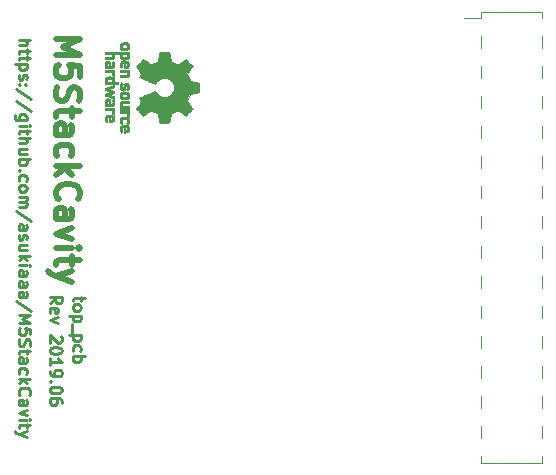
<source format=gbr>
G04 #@! TF.GenerationSoftware,KiCad,Pcbnew,5.0.2-bee76a0~70~ubuntu18.04.1*
G04 #@! TF.CreationDate,2019-06-01T14:58:20+09:00*
G04 #@! TF.ProjectId,top_pcb,746f705f-7063-4622-9e6b-696361645f70,rev?*
G04 #@! TF.SameCoordinates,Original*
G04 #@! TF.FileFunction,Legend,Top*
G04 #@! TF.FilePolarity,Positive*
%FSLAX46Y46*%
G04 Gerber Fmt 4.6, Leading zero omitted, Abs format (unit mm)*
G04 Created by KiCad (PCBNEW 5.0.2-bee76a0~70~ubuntu18.04.1) date 2019年06月01日 14時58分20秒*
%MOMM*%
%LPD*%
G01*
G04 APERTURE LIST*
%ADD10C,0.250000*%
%ADD11C,0.500000*%
%ADD12C,0.010000*%
%ADD13C,0.120000*%
G04 APERTURE END LIST*
D10*
X107592785Y-80019876D02*
X107592785Y-80400828D01*
X107926119Y-80162733D02*
X107068976Y-80162733D01*
X106973738Y-80210352D01*
X106926119Y-80305590D01*
X106926119Y-80400828D01*
X106926119Y-80877019D02*
X106973738Y-80781780D01*
X107021357Y-80734161D01*
X107116595Y-80686542D01*
X107402309Y-80686542D01*
X107497547Y-80734161D01*
X107545166Y-80781780D01*
X107592785Y-80877019D01*
X107592785Y-81019876D01*
X107545166Y-81115114D01*
X107497547Y-81162733D01*
X107402309Y-81210352D01*
X107116595Y-81210352D01*
X107021357Y-81162733D01*
X106973738Y-81115114D01*
X106926119Y-81019876D01*
X106926119Y-80877019D01*
X107592785Y-81638923D02*
X106592785Y-81638923D01*
X107545166Y-81638923D02*
X107592785Y-81734161D01*
X107592785Y-81924638D01*
X107545166Y-82019876D01*
X107497547Y-82067495D01*
X107402309Y-82115114D01*
X107116595Y-82115114D01*
X107021357Y-82067495D01*
X106973738Y-82019876D01*
X106926119Y-81924638D01*
X106926119Y-81734161D01*
X106973738Y-81638923D01*
X106830880Y-82305590D02*
X106830880Y-83067495D01*
X107592785Y-83305590D02*
X106592785Y-83305590D01*
X107545166Y-83305590D02*
X107592785Y-83400828D01*
X107592785Y-83591304D01*
X107545166Y-83686542D01*
X107497547Y-83734161D01*
X107402309Y-83781780D01*
X107116595Y-83781780D01*
X107021357Y-83734161D01*
X106973738Y-83686542D01*
X106926119Y-83591304D01*
X106926119Y-83400828D01*
X106973738Y-83305590D01*
X106973738Y-84638923D02*
X106926119Y-84543685D01*
X106926119Y-84353209D01*
X106973738Y-84257971D01*
X107021357Y-84210352D01*
X107116595Y-84162733D01*
X107402309Y-84162733D01*
X107497547Y-84210352D01*
X107545166Y-84257971D01*
X107592785Y-84353209D01*
X107592785Y-84543685D01*
X107545166Y-84638923D01*
X106926119Y-85067495D02*
X107926119Y-85067495D01*
X107545166Y-85067495D02*
X107592785Y-85162733D01*
X107592785Y-85353209D01*
X107545166Y-85448447D01*
X107497547Y-85496066D01*
X107402309Y-85543685D01*
X107116595Y-85543685D01*
X107021357Y-85496066D01*
X106973738Y-85448447D01*
X106926119Y-85353209D01*
X106926119Y-85162733D01*
X106973738Y-85067495D01*
D11*
X105533938Y-58224423D02*
X107533938Y-58224423D01*
X106105366Y-58891090D01*
X107533938Y-59557757D01*
X105533938Y-59557757D01*
X107533938Y-61462519D02*
X107533938Y-60510138D01*
X106581557Y-60414900D01*
X106676795Y-60510138D01*
X106772033Y-60700614D01*
X106772033Y-61176804D01*
X106676795Y-61367280D01*
X106581557Y-61462519D01*
X106391080Y-61557757D01*
X105914890Y-61557757D01*
X105724414Y-61462519D01*
X105629176Y-61367280D01*
X105533938Y-61176804D01*
X105533938Y-60700614D01*
X105629176Y-60510138D01*
X105724414Y-60414900D01*
X105629176Y-62319661D02*
X105533938Y-62605376D01*
X105533938Y-63081566D01*
X105629176Y-63272042D01*
X105724414Y-63367280D01*
X105914890Y-63462519D01*
X106105366Y-63462519D01*
X106295842Y-63367280D01*
X106391080Y-63272042D01*
X106486319Y-63081566D01*
X106581557Y-62700614D01*
X106676795Y-62510138D01*
X106772033Y-62414900D01*
X106962509Y-62319661D01*
X107152985Y-62319661D01*
X107343461Y-62414900D01*
X107438700Y-62510138D01*
X107533938Y-62700614D01*
X107533938Y-63176804D01*
X107438700Y-63462519D01*
X106867271Y-64033947D02*
X106867271Y-64795852D01*
X107533938Y-64319661D02*
X105819652Y-64319661D01*
X105629176Y-64414900D01*
X105533938Y-64605376D01*
X105533938Y-64795852D01*
X105533938Y-66319661D02*
X106581557Y-66319661D01*
X106772033Y-66224423D01*
X106867271Y-66033947D01*
X106867271Y-65652995D01*
X106772033Y-65462519D01*
X105629176Y-66319661D02*
X105533938Y-66129185D01*
X105533938Y-65652995D01*
X105629176Y-65462519D01*
X105819652Y-65367280D01*
X106010128Y-65367280D01*
X106200604Y-65462519D01*
X106295842Y-65652995D01*
X106295842Y-66129185D01*
X106391080Y-66319661D01*
X105629176Y-68129185D02*
X105533938Y-67938709D01*
X105533938Y-67557757D01*
X105629176Y-67367280D01*
X105724414Y-67272042D01*
X105914890Y-67176804D01*
X106486319Y-67176804D01*
X106676795Y-67272042D01*
X106772033Y-67367280D01*
X106867271Y-67557757D01*
X106867271Y-67938709D01*
X106772033Y-68129185D01*
X105533938Y-68986328D02*
X107533938Y-68986328D01*
X106295842Y-69176804D02*
X105533938Y-69748233D01*
X106867271Y-69748233D02*
X106105366Y-68986328D01*
X105724414Y-71748233D02*
X105629176Y-71652995D01*
X105533938Y-71367280D01*
X105533938Y-71176804D01*
X105629176Y-70891090D01*
X105819652Y-70700614D01*
X106010128Y-70605376D01*
X106391080Y-70510138D01*
X106676795Y-70510138D01*
X107057747Y-70605376D01*
X107248223Y-70700614D01*
X107438700Y-70891090D01*
X107533938Y-71176804D01*
X107533938Y-71367280D01*
X107438700Y-71652995D01*
X107343461Y-71748233D01*
X105533938Y-73462519D02*
X106581557Y-73462519D01*
X106772033Y-73367280D01*
X106867271Y-73176804D01*
X106867271Y-72795852D01*
X106772033Y-72605376D01*
X105629176Y-73462519D02*
X105533938Y-73272042D01*
X105533938Y-72795852D01*
X105629176Y-72605376D01*
X105819652Y-72510138D01*
X106010128Y-72510138D01*
X106200604Y-72605376D01*
X106295842Y-72795852D01*
X106295842Y-73272042D01*
X106391080Y-73462519D01*
X106867271Y-74224423D02*
X105533938Y-74700614D01*
X106867271Y-75176804D01*
X105533938Y-75938709D02*
X106867271Y-75938709D01*
X107533938Y-75938709D02*
X107438700Y-75843471D01*
X107343461Y-75938709D01*
X107438700Y-76033947D01*
X107533938Y-75938709D01*
X107343461Y-75938709D01*
X106867271Y-76605376D02*
X106867271Y-77367280D01*
X107533938Y-76891090D02*
X105819652Y-76891090D01*
X105629176Y-76986328D01*
X105533938Y-77176804D01*
X105533938Y-77367280D01*
X106867271Y-77843471D02*
X105533938Y-78319661D01*
X106867271Y-78795852D02*
X105533938Y-78319661D01*
X105057747Y-78129185D01*
X104962509Y-78033947D01*
X104867271Y-77843471D01*
D10*
X104983019Y-80593109D02*
X105459209Y-80259776D01*
X104983019Y-80021680D02*
X105983019Y-80021680D01*
X105983019Y-80402633D01*
X105935400Y-80497871D01*
X105887780Y-80545490D01*
X105792542Y-80593109D01*
X105649685Y-80593109D01*
X105554447Y-80545490D01*
X105506828Y-80497871D01*
X105459209Y-80402633D01*
X105459209Y-80021680D01*
X105030638Y-81402633D02*
X104983019Y-81307395D01*
X104983019Y-81116919D01*
X105030638Y-81021680D01*
X105125876Y-80974061D01*
X105506828Y-80974061D01*
X105602066Y-81021680D01*
X105649685Y-81116919D01*
X105649685Y-81307395D01*
X105602066Y-81402633D01*
X105506828Y-81450252D01*
X105411590Y-81450252D01*
X105316352Y-80974061D01*
X105649685Y-81783585D02*
X104983019Y-82021680D01*
X105649685Y-82259776D01*
X105887780Y-83355014D02*
X105935400Y-83402633D01*
X105983019Y-83497871D01*
X105983019Y-83735966D01*
X105935400Y-83831204D01*
X105887780Y-83878823D01*
X105792542Y-83926442D01*
X105697304Y-83926442D01*
X105554447Y-83878823D01*
X104983019Y-83307395D01*
X104983019Y-83926442D01*
X105983019Y-84545490D02*
X105983019Y-84640728D01*
X105935400Y-84735966D01*
X105887780Y-84783585D01*
X105792542Y-84831204D01*
X105602066Y-84878823D01*
X105363971Y-84878823D01*
X105173495Y-84831204D01*
X105078257Y-84783585D01*
X105030638Y-84735966D01*
X104983019Y-84640728D01*
X104983019Y-84545490D01*
X105030638Y-84450252D01*
X105078257Y-84402633D01*
X105173495Y-84355014D01*
X105363971Y-84307395D01*
X105602066Y-84307395D01*
X105792542Y-84355014D01*
X105887780Y-84402633D01*
X105935400Y-84450252D01*
X105983019Y-84545490D01*
X104983019Y-85831204D02*
X104983019Y-85259776D01*
X104983019Y-85545490D02*
X105983019Y-85545490D01*
X105840161Y-85450252D01*
X105744923Y-85355014D01*
X105697304Y-85259776D01*
X104983019Y-86307395D02*
X104983019Y-86497871D01*
X105030638Y-86593109D01*
X105078257Y-86640728D01*
X105221114Y-86735966D01*
X105411590Y-86783585D01*
X105792542Y-86783585D01*
X105887780Y-86735966D01*
X105935400Y-86688347D01*
X105983019Y-86593109D01*
X105983019Y-86402633D01*
X105935400Y-86307395D01*
X105887780Y-86259776D01*
X105792542Y-86212157D01*
X105554447Y-86212157D01*
X105459209Y-86259776D01*
X105411590Y-86307395D01*
X105363971Y-86402633D01*
X105363971Y-86593109D01*
X105411590Y-86688347D01*
X105459209Y-86735966D01*
X105554447Y-86783585D01*
X105078257Y-87212157D02*
X105030638Y-87259776D01*
X104983019Y-87212157D01*
X105030638Y-87164538D01*
X105078257Y-87212157D01*
X104983019Y-87212157D01*
X105983019Y-87878823D02*
X105983019Y-87974061D01*
X105935400Y-88069300D01*
X105887780Y-88116919D01*
X105792542Y-88164538D01*
X105602066Y-88212157D01*
X105363971Y-88212157D01*
X105173495Y-88164538D01*
X105078257Y-88116919D01*
X105030638Y-88069300D01*
X104983019Y-87974061D01*
X104983019Y-87878823D01*
X105030638Y-87783585D01*
X105078257Y-87735966D01*
X105173495Y-87688347D01*
X105363971Y-87640728D01*
X105602066Y-87640728D01*
X105792542Y-87688347D01*
X105887780Y-87735966D01*
X105935400Y-87783585D01*
X105983019Y-87878823D01*
X105983019Y-89069300D02*
X105983019Y-88878823D01*
X105935400Y-88783585D01*
X105887780Y-88735966D01*
X105744923Y-88640728D01*
X105554447Y-88593109D01*
X105173495Y-88593109D01*
X105078257Y-88640728D01*
X105030638Y-88688347D01*
X104983019Y-88783585D01*
X104983019Y-88974061D01*
X105030638Y-89069300D01*
X105078257Y-89116919D01*
X105173495Y-89164538D01*
X105411590Y-89164538D01*
X105506828Y-89116919D01*
X105554447Y-89069300D01*
X105602066Y-88974061D01*
X105602066Y-88783585D01*
X105554447Y-88688347D01*
X105506828Y-88640728D01*
X105411590Y-88593109D01*
X102341419Y-58318904D02*
X103341419Y-58318904D01*
X102341419Y-58747476D02*
X102865228Y-58747476D01*
X102960466Y-58699857D01*
X103008085Y-58604619D01*
X103008085Y-58461761D01*
X102960466Y-58366523D01*
X102912847Y-58318904D01*
X103008085Y-59080809D02*
X103008085Y-59461761D01*
X103341419Y-59223666D02*
X102484276Y-59223666D01*
X102389038Y-59271285D01*
X102341419Y-59366523D01*
X102341419Y-59461761D01*
X103008085Y-59652238D02*
X103008085Y-60033190D01*
X103341419Y-59795095D02*
X102484276Y-59795095D01*
X102389038Y-59842714D01*
X102341419Y-59937952D01*
X102341419Y-60033190D01*
X103008085Y-60366523D02*
X102008085Y-60366523D01*
X102960466Y-60366523D02*
X103008085Y-60461761D01*
X103008085Y-60652238D01*
X102960466Y-60747476D01*
X102912847Y-60795095D01*
X102817609Y-60842714D01*
X102531895Y-60842714D01*
X102436657Y-60795095D01*
X102389038Y-60747476D01*
X102341419Y-60652238D01*
X102341419Y-60461761D01*
X102389038Y-60366523D01*
X102389038Y-61223666D02*
X102341419Y-61318904D01*
X102341419Y-61509380D01*
X102389038Y-61604619D01*
X102484276Y-61652238D01*
X102531895Y-61652238D01*
X102627133Y-61604619D01*
X102674752Y-61509380D01*
X102674752Y-61366523D01*
X102722371Y-61271285D01*
X102817609Y-61223666D01*
X102865228Y-61223666D01*
X102960466Y-61271285D01*
X103008085Y-61366523D01*
X103008085Y-61509380D01*
X102960466Y-61604619D01*
X102436657Y-62080809D02*
X102389038Y-62128428D01*
X102341419Y-62080809D01*
X102389038Y-62033190D01*
X102436657Y-62080809D01*
X102341419Y-62080809D01*
X102960466Y-62080809D02*
X102912847Y-62128428D01*
X102865228Y-62080809D01*
X102912847Y-62033190D01*
X102960466Y-62080809D01*
X102865228Y-62080809D01*
X103389038Y-63271285D02*
X102103323Y-62414142D01*
X103389038Y-64318904D02*
X102103323Y-63461761D01*
X103008085Y-65080809D02*
X102198561Y-65080809D01*
X102103323Y-65033190D01*
X102055704Y-64985571D01*
X102008085Y-64890333D01*
X102008085Y-64747476D01*
X102055704Y-64652238D01*
X102389038Y-65080809D02*
X102341419Y-64985571D01*
X102341419Y-64795095D01*
X102389038Y-64699857D01*
X102436657Y-64652238D01*
X102531895Y-64604619D01*
X102817609Y-64604619D01*
X102912847Y-64652238D01*
X102960466Y-64699857D01*
X103008085Y-64795095D01*
X103008085Y-64985571D01*
X102960466Y-65080809D01*
X102341419Y-65557000D02*
X103008085Y-65557000D01*
X103341419Y-65557000D02*
X103293800Y-65509380D01*
X103246180Y-65557000D01*
X103293800Y-65604619D01*
X103341419Y-65557000D01*
X103246180Y-65557000D01*
X103008085Y-65890333D02*
X103008085Y-66271285D01*
X103341419Y-66033190D02*
X102484276Y-66033190D01*
X102389038Y-66080809D01*
X102341419Y-66176047D01*
X102341419Y-66271285D01*
X102341419Y-66604619D02*
X103341419Y-66604619D01*
X102341419Y-67033190D02*
X102865228Y-67033190D01*
X102960466Y-66985571D01*
X103008085Y-66890333D01*
X103008085Y-66747476D01*
X102960466Y-66652238D01*
X102912847Y-66604619D01*
X103008085Y-67937952D02*
X102341419Y-67937952D01*
X103008085Y-67509380D02*
X102484276Y-67509380D01*
X102389038Y-67557000D01*
X102341419Y-67652238D01*
X102341419Y-67795095D01*
X102389038Y-67890333D01*
X102436657Y-67937952D01*
X102341419Y-68414142D02*
X103341419Y-68414142D01*
X102960466Y-68414142D02*
X103008085Y-68509380D01*
X103008085Y-68699857D01*
X102960466Y-68795095D01*
X102912847Y-68842714D01*
X102817609Y-68890333D01*
X102531895Y-68890333D01*
X102436657Y-68842714D01*
X102389038Y-68795095D01*
X102341419Y-68699857D01*
X102341419Y-68509380D01*
X102389038Y-68414142D01*
X102436657Y-69318904D02*
X102389038Y-69366523D01*
X102341419Y-69318904D01*
X102389038Y-69271285D01*
X102436657Y-69318904D01*
X102341419Y-69318904D01*
X102389038Y-70223666D02*
X102341419Y-70128428D01*
X102341419Y-69937952D01*
X102389038Y-69842714D01*
X102436657Y-69795095D01*
X102531895Y-69747476D01*
X102817609Y-69747476D01*
X102912847Y-69795095D01*
X102960466Y-69842714D01*
X103008085Y-69937952D01*
X103008085Y-70128428D01*
X102960466Y-70223666D01*
X102341419Y-70795095D02*
X102389038Y-70699857D01*
X102436657Y-70652238D01*
X102531895Y-70604619D01*
X102817609Y-70604619D01*
X102912847Y-70652238D01*
X102960466Y-70699857D01*
X103008085Y-70795095D01*
X103008085Y-70937952D01*
X102960466Y-71033190D01*
X102912847Y-71080809D01*
X102817609Y-71128428D01*
X102531895Y-71128428D01*
X102436657Y-71080809D01*
X102389038Y-71033190D01*
X102341419Y-70937952D01*
X102341419Y-70795095D01*
X102341419Y-71557000D02*
X103008085Y-71557000D01*
X102912847Y-71557000D02*
X102960466Y-71604619D01*
X103008085Y-71699857D01*
X103008085Y-71842714D01*
X102960466Y-71937952D01*
X102865228Y-71985571D01*
X102341419Y-71985571D01*
X102865228Y-71985571D02*
X102960466Y-72033190D01*
X103008085Y-72128428D01*
X103008085Y-72271285D01*
X102960466Y-72366523D01*
X102865228Y-72414142D01*
X102341419Y-72414142D01*
X103389038Y-73604619D02*
X102103323Y-72747476D01*
X102341419Y-74366523D02*
X102865228Y-74366523D01*
X102960466Y-74318904D01*
X103008085Y-74223666D01*
X103008085Y-74033190D01*
X102960466Y-73937952D01*
X102389038Y-74366523D02*
X102341419Y-74271285D01*
X102341419Y-74033190D01*
X102389038Y-73937952D01*
X102484276Y-73890333D01*
X102579514Y-73890333D01*
X102674752Y-73937952D01*
X102722371Y-74033190D01*
X102722371Y-74271285D01*
X102769990Y-74366523D01*
X102389038Y-74795095D02*
X102341419Y-74890333D01*
X102341419Y-75080809D01*
X102389038Y-75176047D01*
X102484276Y-75223666D01*
X102531895Y-75223666D01*
X102627133Y-75176047D01*
X102674752Y-75080809D01*
X102674752Y-74937952D01*
X102722371Y-74842714D01*
X102817609Y-74795095D01*
X102865228Y-74795095D01*
X102960466Y-74842714D01*
X103008085Y-74937952D01*
X103008085Y-75080809D01*
X102960466Y-75176047D01*
X103008085Y-76080809D02*
X102341419Y-76080809D01*
X103008085Y-75652238D02*
X102484276Y-75652238D01*
X102389038Y-75699857D01*
X102341419Y-75795095D01*
X102341419Y-75937952D01*
X102389038Y-76033190D01*
X102436657Y-76080809D01*
X102341419Y-76557000D02*
X103341419Y-76557000D01*
X102722371Y-76652238D02*
X102341419Y-76937952D01*
X103008085Y-76937952D02*
X102627133Y-76557000D01*
X102341419Y-77366523D02*
X103008085Y-77366523D01*
X103341419Y-77366523D02*
X103293800Y-77318904D01*
X103246180Y-77366523D01*
X103293800Y-77414142D01*
X103341419Y-77366523D01*
X103246180Y-77366523D01*
X102341419Y-78271285D02*
X102865228Y-78271285D01*
X102960466Y-78223666D01*
X103008085Y-78128428D01*
X103008085Y-77937952D01*
X102960466Y-77842714D01*
X102389038Y-78271285D02*
X102341419Y-78176047D01*
X102341419Y-77937952D01*
X102389038Y-77842714D01*
X102484276Y-77795095D01*
X102579514Y-77795095D01*
X102674752Y-77842714D01*
X102722371Y-77937952D01*
X102722371Y-78176047D01*
X102769990Y-78271285D01*
X102341419Y-79176047D02*
X102865228Y-79176047D01*
X102960466Y-79128428D01*
X103008085Y-79033190D01*
X103008085Y-78842714D01*
X102960466Y-78747476D01*
X102389038Y-79176047D02*
X102341419Y-79080809D01*
X102341419Y-78842714D01*
X102389038Y-78747476D01*
X102484276Y-78699857D01*
X102579514Y-78699857D01*
X102674752Y-78747476D01*
X102722371Y-78842714D01*
X102722371Y-79080809D01*
X102769990Y-79176047D01*
X102341419Y-80080809D02*
X102865228Y-80080809D01*
X102960466Y-80033190D01*
X103008085Y-79937952D01*
X103008085Y-79747476D01*
X102960466Y-79652238D01*
X102389038Y-80080809D02*
X102341419Y-79985571D01*
X102341419Y-79747476D01*
X102389038Y-79652238D01*
X102484276Y-79604619D01*
X102579514Y-79604619D01*
X102674752Y-79652238D01*
X102722371Y-79747476D01*
X102722371Y-79985571D01*
X102769990Y-80080809D01*
X103389038Y-81271285D02*
X102103323Y-80414142D01*
X102341419Y-81604619D02*
X103341419Y-81604619D01*
X102627133Y-81937952D01*
X103341419Y-82271285D01*
X102341419Y-82271285D01*
X103341419Y-83223666D02*
X103341419Y-82747476D01*
X102865228Y-82699857D01*
X102912847Y-82747476D01*
X102960466Y-82842714D01*
X102960466Y-83080809D01*
X102912847Y-83176047D01*
X102865228Y-83223666D01*
X102769990Y-83271285D01*
X102531895Y-83271285D01*
X102436657Y-83223666D01*
X102389038Y-83176047D01*
X102341419Y-83080809D01*
X102341419Y-82842714D01*
X102389038Y-82747476D01*
X102436657Y-82699857D01*
X102389038Y-83652238D02*
X102341419Y-83795095D01*
X102341419Y-84033190D01*
X102389038Y-84128428D01*
X102436657Y-84176047D01*
X102531895Y-84223666D01*
X102627133Y-84223666D01*
X102722371Y-84176047D01*
X102769990Y-84128428D01*
X102817609Y-84033190D01*
X102865228Y-83842714D01*
X102912847Y-83747476D01*
X102960466Y-83699857D01*
X103055704Y-83652238D01*
X103150942Y-83652238D01*
X103246180Y-83699857D01*
X103293800Y-83747476D01*
X103341419Y-83842714D01*
X103341419Y-84080809D01*
X103293800Y-84223666D01*
X103008085Y-84509380D02*
X103008085Y-84890333D01*
X103341419Y-84652238D02*
X102484276Y-84652238D01*
X102389038Y-84699857D01*
X102341419Y-84795095D01*
X102341419Y-84890333D01*
X102341419Y-85652238D02*
X102865228Y-85652238D01*
X102960466Y-85604619D01*
X103008085Y-85509380D01*
X103008085Y-85318904D01*
X102960466Y-85223666D01*
X102389038Y-85652238D02*
X102341419Y-85556999D01*
X102341419Y-85318904D01*
X102389038Y-85223666D01*
X102484276Y-85176047D01*
X102579514Y-85176047D01*
X102674752Y-85223666D01*
X102722371Y-85318904D01*
X102722371Y-85556999D01*
X102769990Y-85652238D01*
X102389038Y-86556999D02*
X102341419Y-86461761D01*
X102341419Y-86271285D01*
X102389038Y-86176047D01*
X102436657Y-86128428D01*
X102531895Y-86080809D01*
X102817609Y-86080809D01*
X102912847Y-86128428D01*
X102960466Y-86176047D01*
X103008085Y-86271285D01*
X103008085Y-86461761D01*
X102960466Y-86556999D01*
X102341419Y-86985571D02*
X103341419Y-86985571D01*
X102722371Y-87080809D02*
X102341419Y-87366523D01*
X103008085Y-87366523D02*
X102627133Y-86985571D01*
X102436657Y-88366523D02*
X102389038Y-88318904D01*
X102341419Y-88176047D01*
X102341419Y-88080809D01*
X102389038Y-87937952D01*
X102484276Y-87842714D01*
X102579514Y-87795095D01*
X102769990Y-87747476D01*
X102912847Y-87747476D01*
X103103323Y-87795095D01*
X103198561Y-87842714D01*
X103293800Y-87937952D01*
X103341419Y-88080809D01*
X103341419Y-88176047D01*
X103293800Y-88318904D01*
X103246180Y-88366523D01*
X102341419Y-89223666D02*
X102865228Y-89223666D01*
X102960466Y-89176047D01*
X103008085Y-89080809D01*
X103008085Y-88890333D01*
X102960466Y-88795095D01*
X102389038Y-89223666D02*
X102341419Y-89128428D01*
X102341419Y-88890333D01*
X102389038Y-88795095D01*
X102484276Y-88747476D01*
X102579514Y-88747476D01*
X102674752Y-88795095D01*
X102722371Y-88890333D01*
X102722371Y-89128428D01*
X102769990Y-89223666D01*
X103008085Y-89604619D02*
X102341419Y-89842714D01*
X103008085Y-90080809D01*
X102341419Y-90461761D02*
X103008085Y-90461761D01*
X103341419Y-90461761D02*
X103293800Y-90414142D01*
X103246180Y-90461761D01*
X103293800Y-90509380D01*
X103341419Y-90461761D01*
X103246180Y-90461761D01*
X103008085Y-90795095D02*
X103008085Y-91176047D01*
X103341419Y-90937952D02*
X102484276Y-90937952D01*
X102389038Y-90985571D01*
X102341419Y-91080809D01*
X102341419Y-91176047D01*
X103008085Y-91414142D02*
X102341419Y-91652238D01*
X103008085Y-91890333D02*
X102341419Y-91652238D01*
X102103323Y-91556999D01*
X102055704Y-91509380D01*
X102008085Y-91414142D01*
D12*
G04 #@! TO.C,OSHWREF2*
G36*
X111687132Y-59769560D02*
X111669726Y-59804792D01*
X111639394Y-59848240D01*
X111606317Y-59879906D01*
X111564783Y-59901594D01*
X111509078Y-59915103D01*
X111433489Y-59922238D01*
X111332304Y-59924800D01*
X111288803Y-59924950D01*
X111193465Y-59924512D01*
X111125329Y-59922696D01*
X111078182Y-59918745D01*
X111045810Y-59911902D01*
X111022000Y-59901411D01*
X111005757Y-59890496D01*
X110936648Y-59820819D01*
X110895079Y-59738766D01*
X110882577Y-59650250D01*
X110900666Y-59561181D01*
X110913458Y-59532963D01*
X110948669Y-59465410D01*
X110396900Y-59465410D01*
X110422395Y-59514712D01*
X110442120Y-59579673D01*
X110447173Y-59659520D01*
X110437844Y-59739252D01*
X110416886Y-59799465D01*
X110376973Y-59849408D01*
X110319859Y-59892081D01*
X110313995Y-59895290D01*
X110286373Y-59908822D01*
X110258532Y-59918705D01*
X110224806Y-59925509D01*
X110179529Y-59929801D01*
X110117038Y-59932151D01*
X110031665Y-59933128D01*
X109935590Y-59933305D01*
X109629074Y-59933305D01*
X109629074Y-59749489D01*
X110194261Y-59749489D01*
X110237523Y-59698075D01*
X110272128Y-59644666D01*
X110278420Y-59594088D01*
X110262228Y-59543230D01*
X110246373Y-59516125D01*
X110223790Y-59495951D01*
X110189660Y-59481603D01*
X110139166Y-59471976D01*
X110067489Y-59465963D01*
X109969812Y-59462460D01*
X109904798Y-59461226D01*
X109637429Y-59457055D01*
X109632378Y-59369325D01*
X109627327Y-59281594D01*
X111286499Y-59281594D01*
X111286499Y-59465410D01*
X111194000Y-59470096D01*
X111129791Y-59485888D01*
X111089841Y-59515383D01*
X111070120Y-59561180D01*
X111066179Y-59607450D01*
X111070708Y-59659828D01*
X111088531Y-59694590D01*
X111112081Y-59716328D01*
X111137411Y-59733440D01*
X111165631Y-59743627D01*
X111205169Y-59748160D01*
X111264458Y-59748309D01*
X111314102Y-59746784D01*
X111388890Y-59743281D01*
X111437989Y-59738067D01*
X111469133Y-59729287D01*
X111490055Y-59715086D01*
X111502148Y-59701684D01*
X111528519Y-59645687D01*
X111532778Y-59579411D01*
X111523694Y-59541356D01*
X111491404Y-59503677D01*
X111428594Y-59478719D01*
X111335706Y-59466622D01*
X111286499Y-59465410D01*
X111286499Y-59281594D01*
X111701179Y-59281594D01*
X111701179Y-59373502D01*
X111698997Y-59428683D01*
X111691249Y-59457152D01*
X111676132Y-59465406D01*
X111675684Y-59465410D01*
X111660880Y-59469240D01*
X111662561Y-59486133D01*
X111678828Y-59519719D01*
X111703713Y-59597978D01*
X111706329Y-59686027D01*
X111687132Y-59769560D01*
X111687132Y-59769560D01*
G37*
X111687132Y-59769560D02*
X111669726Y-59804792D01*
X111639394Y-59848240D01*
X111606317Y-59879906D01*
X111564783Y-59901594D01*
X111509078Y-59915103D01*
X111433489Y-59922238D01*
X111332304Y-59924800D01*
X111288803Y-59924950D01*
X111193465Y-59924512D01*
X111125329Y-59922696D01*
X111078182Y-59918745D01*
X111045810Y-59911902D01*
X111022000Y-59901411D01*
X111005757Y-59890496D01*
X110936648Y-59820819D01*
X110895079Y-59738766D01*
X110882577Y-59650250D01*
X110900666Y-59561181D01*
X110913458Y-59532963D01*
X110948669Y-59465410D01*
X110396900Y-59465410D01*
X110422395Y-59514712D01*
X110442120Y-59579673D01*
X110447173Y-59659520D01*
X110437844Y-59739252D01*
X110416886Y-59799465D01*
X110376973Y-59849408D01*
X110319859Y-59892081D01*
X110313995Y-59895290D01*
X110286373Y-59908822D01*
X110258532Y-59918705D01*
X110224806Y-59925509D01*
X110179529Y-59929801D01*
X110117038Y-59932151D01*
X110031665Y-59933128D01*
X109935590Y-59933305D01*
X109629074Y-59933305D01*
X109629074Y-59749489D01*
X110194261Y-59749489D01*
X110237523Y-59698075D01*
X110272128Y-59644666D01*
X110278420Y-59594088D01*
X110262228Y-59543230D01*
X110246373Y-59516125D01*
X110223790Y-59495951D01*
X110189660Y-59481603D01*
X110139166Y-59471976D01*
X110067489Y-59465963D01*
X109969812Y-59462460D01*
X109904798Y-59461226D01*
X109637429Y-59457055D01*
X109632378Y-59369325D01*
X109627327Y-59281594D01*
X111286499Y-59281594D01*
X111286499Y-59465410D01*
X111194000Y-59470096D01*
X111129791Y-59485888D01*
X111089841Y-59515383D01*
X111070120Y-59561180D01*
X111066179Y-59607450D01*
X111070708Y-59659828D01*
X111088531Y-59694590D01*
X111112081Y-59716328D01*
X111137411Y-59733440D01*
X111165631Y-59743627D01*
X111205169Y-59748160D01*
X111264458Y-59748309D01*
X111314102Y-59746784D01*
X111388890Y-59743281D01*
X111437989Y-59738067D01*
X111469133Y-59729287D01*
X111490055Y-59715086D01*
X111502148Y-59701684D01*
X111528519Y-59645687D01*
X111532778Y-59579411D01*
X111523694Y-59541356D01*
X111491404Y-59503677D01*
X111428594Y-59478719D01*
X111335706Y-59466622D01*
X111286499Y-59465410D01*
X111286499Y-59281594D01*
X111701179Y-59281594D01*
X111701179Y-59373502D01*
X111698997Y-59428683D01*
X111691249Y-59457152D01*
X111676132Y-59465406D01*
X111675684Y-59465410D01*
X111660880Y-59469240D01*
X111662561Y-59486133D01*
X111678828Y-59519719D01*
X111703713Y-59597978D01*
X111706329Y-59686027D01*
X111687132Y-59769560D01*
G36*
X110441416Y-60466657D02*
X110420440Y-60545270D01*
X110382420Y-60605116D01*
X110332622Y-60647347D01*
X110311370Y-60660475D01*
X110289108Y-60670168D01*
X110260630Y-60676944D01*
X110220729Y-60681323D01*
X110164199Y-60683824D01*
X110085833Y-60684968D01*
X109980424Y-60685272D01*
X109952458Y-60685278D01*
X109629074Y-60685278D01*
X109629074Y-60605068D01*
X109632657Y-60553906D01*
X109641734Y-60516077D01*
X109647332Y-60506599D01*
X109656994Y-60480688D01*
X109647332Y-60454224D01*
X109635270Y-60410652D01*
X109630415Y-60347360D01*
X109632522Y-60277210D01*
X109641344Y-60213060D01*
X109652663Y-60175607D01*
X109699188Y-60103133D01*
X109763754Y-60057840D01*
X109849600Y-60037478D01*
X109851804Y-60037288D01*
X109889887Y-60039075D01*
X109889887Y-60200673D01*
X109846570Y-60214801D01*
X109822192Y-60237812D01*
X109803755Y-60284004D01*
X109796395Y-60344975D01*
X109800017Y-60407149D01*
X109814526Y-60456951D01*
X109823835Y-60470903D01*
X109866847Y-60495285D01*
X109915743Y-60501463D01*
X109979995Y-60501463D01*
X109979995Y-60409018D01*
X109973234Y-60321195D01*
X109954080Y-60254618D01*
X109924224Y-60213202D01*
X109889887Y-60200673D01*
X109889887Y-60039075D01*
X109945596Y-60041690D01*
X110019753Y-60072624D01*
X110075833Y-60130781D01*
X110080935Y-60138820D01*
X110097545Y-60173363D01*
X110107604Y-60216118D01*
X110112493Y-60275886D01*
X110113617Y-60346890D01*
X110113679Y-60501463D01*
X110178475Y-60501463D01*
X110228750Y-60494906D01*
X110262431Y-60478175D01*
X110264224Y-60476216D01*
X110278958Y-60438983D01*
X110284669Y-60382780D01*
X110281863Y-60320667D01*
X110271044Y-60265710D01*
X110254818Y-60233099D01*
X110241820Y-60215428D01*
X110239338Y-60196769D01*
X110249987Y-60171019D01*
X110276382Y-60132073D01*
X110321135Y-60073830D01*
X110325327Y-60068484D01*
X110340840Y-60071223D01*
X110366640Y-60094076D01*
X110395311Y-60128809D01*
X110419434Y-60167190D01*
X110425130Y-60179248D01*
X110436497Y-60223234D01*
X110444605Y-60287687D01*
X110447857Y-60359697D01*
X110447864Y-60363064D01*
X110441416Y-60466657D01*
X110441416Y-60466657D01*
G37*
X110441416Y-60466657D02*
X110420440Y-60545270D01*
X110382420Y-60605116D01*
X110332622Y-60647347D01*
X110311370Y-60660475D01*
X110289108Y-60670168D01*
X110260630Y-60676944D01*
X110220729Y-60681323D01*
X110164199Y-60683824D01*
X110085833Y-60684968D01*
X109980424Y-60685272D01*
X109952458Y-60685278D01*
X109629074Y-60685278D01*
X109629074Y-60605068D01*
X109632657Y-60553906D01*
X109641734Y-60516077D01*
X109647332Y-60506599D01*
X109656994Y-60480688D01*
X109647332Y-60454224D01*
X109635270Y-60410652D01*
X109630415Y-60347360D01*
X109632522Y-60277210D01*
X109641344Y-60213060D01*
X109652663Y-60175607D01*
X109699188Y-60103133D01*
X109763754Y-60057840D01*
X109849600Y-60037478D01*
X109851804Y-60037288D01*
X109889887Y-60039075D01*
X109889887Y-60200673D01*
X109846570Y-60214801D01*
X109822192Y-60237812D01*
X109803755Y-60284004D01*
X109796395Y-60344975D01*
X109800017Y-60407149D01*
X109814526Y-60456951D01*
X109823835Y-60470903D01*
X109866847Y-60495285D01*
X109915743Y-60501463D01*
X109979995Y-60501463D01*
X109979995Y-60409018D01*
X109973234Y-60321195D01*
X109954080Y-60254618D01*
X109924224Y-60213202D01*
X109889887Y-60200673D01*
X109889887Y-60039075D01*
X109945596Y-60041690D01*
X110019753Y-60072624D01*
X110075833Y-60130781D01*
X110080935Y-60138820D01*
X110097545Y-60173363D01*
X110107604Y-60216118D01*
X110112493Y-60275886D01*
X110113617Y-60346890D01*
X110113679Y-60501463D01*
X110178475Y-60501463D01*
X110228750Y-60494906D01*
X110262431Y-60478175D01*
X110264224Y-60476216D01*
X110278958Y-60438983D01*
X110284669Y-60382780D01*
X110281863Y-60320667D01*
X110271044Y-60265710D01*
X110254818Y-60233099D01*
X110241820Y-60215428D01*
X110239338Y-60196769D01*
X110249987Y-60171019D01*
X110276382Y-60132073D01*
X110321135Y-60073830D01*
X110325327Y-60068484D01*
X110340840Y-60071223D01*
X110366640Y-60094076D01*
X110395311Y-60128809D01*
X110419434Y-60167190D01*
X110425130Y-60179248D01*
X110436497Y-60223234D01*
X110444605Y-60287687D01*
X110447857Y-60359697D01*
X110447864Y-60363064D01*
X110441416Y-60466657D01*
G36*
X110446114Y-60986081D02*
X110438618Y-61011088D01*
X110422149Y-61019150D01*
X110414714Y-61019489D01*
X110394006Y-61020936D01*
X110390755Y-61030898D01*
X110404952Y-61057812D01*
X110414652Y-61073798D01*
X110435425Y-61124233D01*
X110445696Y-61184472D01*
X110446486Y-61247634D01*
X110438814Y-61306837D01*
X110423702Y-61355202D01*
X110402168Y-61385846D01*
X110375234Y-61391889D01*
X110367940Y-61388839D01*
X110337663Y-61366606D01*
X110300425Y-61332130D01*
X110294405Y-61325894D01*
X110266725Y-61293033D01*
X110257782Y-61264680D01*
X110264024Y-61225027D01*
X110268171Y-61209142D01*
X110278133Y-61159709D01*
X110273653Y-61124952D01*
X110257854Y-61095600D01*
X110236651Y-61068713D01*
X110209986Y-61048910D01*
X110172773Y-61035148D01*
X110119927Y-61026384D01*
X110046363Y-61021574D01*
X109946995Y-61019674D01*
X109886999Y-61019489D01*
X109629074Y-61019489D01*
X109629074Y-60852384D01*
X110447890Y-60852384D01*
X110447890Y-60935936D01*
X110446114Y-60986081D01*
X110446114Y-60986081D01*
G37*
X110446114Y-60986081D02*
X110438618Y-61011088D01*
X110422149Y-61019150D01*
X110414714Y-61019489D01*
X110394006Y-61020936D01*
X110390755Y-61030898D01*
X110404952Y-61057812D01*
X110414652Y-61073798D01*
X110435425Y-61124233D01*
X110445696Y-61184472D01*
X110446486Y-61247634D01*
X110438814Y-61306837D01*
X110423702Y-61355202D01*
X110402168Y-61385846D01*
X110375234Y-61391889D01*
X110367940Y-61388839D01*
X110337663Y-61366606D01*
X110300425Y-61332130D01*
X110294405Y-61325894D01*
X110266725Y-61293033D01*
X110257782Y-61264680D01*
X110264024Y-61225027D01*
X110268171Y-61209142D01*
X110278133Y-61159709D01*
X110273653Y-61124952D01*
X110257854Y-61095600D01*
X110236651Y-61068713D01*
X110209986Y-61048910D01*
X110172773Y-61035148D01*
X110119927Y-61026384D01*
X110046363Y-61021574D01*
X109946995Y-61019674D01*
X109886999Y-61019489D01*
X109629074Y-61019489D01*
X109629074Y-60852384D01*
X110447890Y-60852384D01*
X110447890Y-60935936D01*
X110446114Y-60986081D01*
G36*
X109629074Y-62038831D02*
X109629074Y-61946923D01*
X109630638Y-61893577D01*
X109637115Y-61865793D01*
X109651182Y-61855790D01*
X109660694Y-61855015D01*
X109679768Y-61853328D01*
X109683426Y-61842690D01*
X109671668Y-61814735D01*
X109660694Y-61792995D01*
X109634689Y-61709532D01*
X109633184Y-61618804D01*
X109652579Y-61545042D01*
X109699435Y-61476354D01*
X109768596Y-61423994D01*
X109850173Y-61395322D01*
X109854734Y-61394592D01*
X109904499Y-61390332D01*
X109975941Y-61388214D01*
X110029974Y-61388384D01*
X110029974Y-61570920D01*
X109958159Y-61575149D01*
X109898966Y-61584768D01*
X109865540Y-61597790D01*
X109819860Y-61647056D01*
X109803485Y-61705550D01*
X109816727Y-61765871D01*
X109856227Y-61817417D01*
X109882793Y-61836938D01*
X109914494Y-61848352D01*
X109960768Y-61853698D01*
X110030272Y-61855015D01*
X110099101Y-61852658D01*
X110159574Y-61846433D01*
X110200044Y-61837608D01*
X110203671Y-61836137D01*
X110246798Y-61800547D01*
X110270476Y-61748600D01*
X110274299Y-61690478D01*
X110257862Y-61636360D01*
X110220760Y-61596426D01*
X110213378Y-61592283D01*
X110168361Y-61579316D01*
X110103633Y-61572252D01*
X110029974Y-61570920D01*
X110029974Y-61388384D01*
X110057370Y-61388471D01*
X110101195Y-61389672D01*
X110209612Y-61397845D01*
X110291012Y-61414830D01*
X110351188Y-61443087D01*
X110395934Y-61485072D01*
X110422200Y-61525832D01*
X110440665Y-61582781D01*
X110446998Y-61653611D01*
X110441840Y-61726141D01*
X110425831Y-61788186D01*
X110406680Y-61820968D01*
X110375868Y-61855015D01*
X110765390Y-61855015D01*
X110765390Y-62038831D01*
X109629074Y-62038831D01*
X109629074Y-62038831D01*
G37*
X109629074Y-62038831D02*
X109629074Y-61946923D01*
X109630638Y-61893577D01*
X109637115Y-61865793D01*
X109651182Y-61855790D01*
X109660694Y-61855015D01*
X109679768Y-61853328D01*
X109683426Y-61842690D01*
X109671668Y-61814735D01*
X109660694Y-61792995D01*
X109634689Y-61709532D01*
X109633184Y-61618804D01*
X109652579Y-61545042D01*
X109699435Y-61476354D01*
X109768596Y-61423994D01*
X109850173Y-61395322D01*
X109854734Y-61394592D01*
X109904499Y-61390332D01*
X109975941Y-61388214D01*
X110029974Y-61388384D01*
X110029974Y-61570920D01*
X109958159Y-61575149D01*
X109898966Y-61584768D01*
X109865540Y-61597790D01*
X109819860Y-61647056D01*
X109803485Y-61705550D01*
X109816727Y-61765871D01*
X109856227Y-61817417D01*
X109882793Y-61836938D01*
X109914494Y-61848352D01*
X109960768Y-61853698D01*
X110030272Y-61855015D01*
X110099101Y-61852658D01*
X110159574Y-61846433D01*
X110200044Y-61837608D01*
X110203671Y-61836137D01*
X110246798Y-61800547D01*
X110270476Y-61748600D01*
X110274299Y-61690478D01*
X110257862Y-61636360D01*
X110220760Y-61596426D01*
X110213378Y-61592283D01*
X110168361Y-61579316D01*
X110103633Y-61572252D01*
X110029974Y-61570920D01*
X110029974Y-61388384D01*
X110057370Y-61388471D01*
X110101195Y-61389672D01*
X110209612Y-61397845D01*
X110291012Y-61414830D01*
X110351188Y-61443087D01*
X110395934Y-61485072D01*
X110422200Y-61525832D01*
X110440665Y-61582781D01*
X110446998Y-61653611D01*
X110441840Y-61726141D01*
X110425831Y-61788186D01*
X110406680Y-61820968D01*
X110375868Y-61855015D01*
X110765390Y-61855015D01*
X110765390Y-62038831D01*
X109629074Y-62038831D01*
G36*
X110444496Y-62680330D02*
X110439534Y-62746420D01*
X110180521Y-62832826D01*
X109921508Y-62919231D01*
X110013416Y-62946324D01*
X110070216Y-62962628D01*
X110146975Y-62984075D01*
X110231349Y-63007235D01*
X110276607Y-63019480D01*
X110447890Y-63065544D01*
X110447890Y-63255587D01*
X110268251Y-63198782D01*
X110179896Y-63170807D01*
X110073319Y-63137013D01*
X109962146Y-63101720D01*
X109863021Y-63070213D01*
X109637429Y-62998450D01*
X109627347Y-62843486D01*
X109766072Y-62801470D01*
X109852249Y-62775559D01*
X109947253Y-62747283D01*
X110031159Y-62722569D01*
X110034498Y-62721594D01*
X110091352Y-62703135D01*
X110130144Y-62686849D01*
X110144813Y-62675442D01*
X110143117Y-62673098D01*
X110120375Y-62664871D01*
X110071660Y-62649238D01*
X110003098Y-62628104D01*
X109920815Y-62603370D01*
X109875554Y-62589987D01*
X109629074Y-62517511D01*
X109629074Y-62363695D01*
X110017594Y-62240731D01*
X110126578Y-62206188D01*
X110225552Y-62174721D01*
X110309864Y-62147816D01*
X110374866Y-62126959D01*
X110415908Y-62113638D01*
X110427899Y-62109588D01*
X110440177Y-62112794D01*
X110445554Y-62137965D01*
X110445016Y-62190346D01*
X110444610Y-62198545D01*
X110439534Y-62295682D01*
X110205587Y-62359300D01*
X110120267Y-62382684D01*
X110045265Y-62403581D01*
X109987093Y-62420151D01*
X109952263Y-62430554D01*
X109946584Y-62432476D01*
X109953114Y-62440441D01*
X109986946Y-62456504D01*
X110043473Y-62478821D01*
X110118090Y-62505545D01*
X110185493Y-62528137D01*
X110449457Y-62614241D01*
X110444496Y-62680330D01*
X110444496Y-62680330D01*
G37*
X110444496Y-62680330D02*
X110439534Y-62746420D01*
X110180521Y-62832826D01*
X109921508Y-62919231D01*
X110013416Y-62946324D01*
X110070216Y-62962628D01*
X110146975Y-62984075D01*
X110231349Y-63007235D01*
X110276607Y-63019480D01*
X110447890Y-63065544D01*
X110447890Y-63255587D01*
X110268251Y-63198782D01*
X110179896Y-63170807D01*
X110073319Y-63137013D01*
X109962146Y-63101720D01*
X109863021Y-63070213D01*
X109637429Y-62998450D01*
X109627347Y-62843486D01*
X109766072Y-62801470D01*
X109852249Y-62775559D01*
X109947253Y-62747283D01*
X110031159Y-62722569D01*
X110034498Y-62721594D01*
X110091352Y-62703135D01*
X110130144Y-62686849D01*
X110144813Y-62675442D01*
X110143117Y-62673098D01*
X110120375Y-62664871D01*
X110071660Y-62649238D01*
X110003098Y-62628104D01*
X109920815Y-62603370D01*
X109875554Y-62589987D01*
X109629074Y-62517511D01*
X109629074Y-62363695D01*
X110017594Y-62240731D01*
X110126578Y-62206188D01*
X110225552Y-62174721D01*
X110309864Y-62147816D01*
X110374866Y-62126959D01*
X110415908Y-62113638D01*
X110427899Y-62109588D01*
X110440177Y-62112794D01*
X110445554Y-62137965D01*
X110445016Y-62190346D01*
X110444610Y-62198545D01*
X110439534Y-62295682D01*
X110205587Y-62359300D01*
X110120267Y-62382684D01*
X110045265Y-62403581D01*
X109987093Y-62420151D01*
X109952263Y-62430554D01*
X109946584Y-62432476D01*
X109953114Y-62440441D01*
X109986946Y-62456504D01*
X110043473Y-62478821D01*
X110118090Y-62505545D01*
X110185493Y-62528137D01*
X110449457Y-62614241D01*
X110444496Y-62680330D01*
G36*
X110442927Y-63686192D02*
X110425820Y-63756627D01*
X110416756Y-63776987D01*
X110393017Y-63816453D01*
X110366279Y-63846741D01*
X110331901Y-63869152D01*
X110285240Y-63884986D01*
X110221654Y-63895543D01*
X110136501Y-63902124D01*
X110025138Y-63906028D01*
X109950751Y-63907510D01*
X109629074Y-63912965D01*
X109629074Y-63819780D01*
X109631444Y-63763247D01*
X109639545Y-63734122D01*
X109653149Y-63726594D01*
X109667859Y-63722620D01*
X109665046Y-63704852D01*
X109653252Y-63680640D01*
X109635173Y-63620028D01*
X109630301Y-63542129D01*
X109638270Y-63460195D01*
X109658711Y-63387481D01*
X109661549Y-63380959D01*
X109708235Y-63314502D01*
X109773136Y-63270691D01*
X109849000Y-63250532D01*
X109876256Y-63252072D01*
X109876256Y-63416545D01*
X109839576Y-63431037D01*
X109813291Y-63474005D01*
X109799183Y-63543329D01*
X109797310Y-63580377D01*
X109802106Y-63642119D01*
X109820742Y-63683160D01*
X109829600Y-63693173D01*
X109877794Y-63720300D01*
X109921508Y-63726594D01*
X109979995Y-63726594D01*
X109979995Y-63645130D01*
X109975168Y-63550434D01*
X109959987Y-63484013D01*
X109933400Y-63442046D01*
X109921548Y-63432649D01*
X109876256Y-63416545D01*
X109876256Y-63252072D01*
X109928574Y-63255029D01*
X110004605Y-63285185D01*
X110055988Y-63326331D01*
X110078203Y-63351252D01*
X110092802Y-63375648D01*
X110101703Y-63407391D01*
X110106825Y-63454352D01*
X110110085Y-63524404D01*
X110111023Y-63552190D01*
X110116721Y-63726594D01*
X110169509Y-63726338D01*
X110224997Y-63719584D01*
X110258548Y-63695164D01*
X110279982Y-63645830D01*
X110280364Y-63644506D01*
X110288792Y-63574560D01*
X110277784Y-63506114D01*
X110251015Y-63455247D01*
X110237797Y-63434837D01*
X110239626Y-63412854D01*
X110258776Y-63379026D01*
X110272292Y-63359161D01*
X110301168Y-63320306D01*
X110322814Y-63296238D01*
X110329011Y-63292376D01*
X110361081Y-63308279D01*
X110399381Y-63355265D01*
X110412303Y-63375673D01*
X110434559Y-63434343D01*
X110447168Y-63513412D01*
X110450000Y-63601241D01*
X110442927Y-63686192D01*
X110442927Y-63686192D01*
G37*
X110442927Y-63686192D02*
X110425820Y-63756627D01*
X110416756Y-63776987D01*
X110393017Y-63816453D01*
X110366279Y-63846741D01*
X110331901Y-63869152D01*
X110285240Y-63884986D01*
X110221654Y-63895543D01*
X110136501Y-63902124D01*
X110025138Y-63906028D01*
X109950751Y-63907510D01*
X109629074Y-63912965D01*
X109629074Y-63819780D01*
X109631444Y-63763247D01*
X109639545Y-63734122D01*
X109653149Y-63726594D01*
X109667859Y-63722620D01*
X109665046Y-63704852D01*
X109653252Y-63680640D01*
X109635173Y-63620028D01*
X109630301Y-63542129D01*
X109638270Y-63460195D01*
X109658711Y-63387481D01*
X109661549Y-63380959D01*
X109708235Y-63314502D01*
X109773136Y-63270691D01*
X109849000Y-63250532D01*
X109876256Y-63252072D01*
X109876256Y-63416545D01*
X109839576Y-63431037D01*
X109813291Y-63474005D01*
X109799183Y-63543329D01*
X109797310Y-63580377D01*
X109802106Y-63642119D01*
X109820742Y-63683160D01*
X109829600Y-63693173D01*
X109877794Y-63720300D01*
X109921508Y-63726594D01*
X109979995Y-63726594D01*
X109979995Y-63645130D01*
X109975168Y-63550434D01*
X109959987Y-63484013D01*
X109933400Y-63442046D01*
X109921548Y-63432649D01*
X109876256Y-63416545D01*
X109876256Y-63252072D01*
X109928574Y-63255029D01*
X110004605Y-63285185D01*
X110055988Y-63326331D01*
X110078203Y-63351252D01*
X110092802Y-63375648D01*
X110101703Y-63407391D01*
X110106825Y-63454352D01*
X110110085Y-63524404D01*
X110111023Y-63552190D01*
X110116721Y-63726594D01*
X110169509Y-63726338D01*
X110224997Y-63719584D01*
X110258548Y-63695164D01*
X110279982Y-63645830D01*
X110280364Y-63644506D01*
X110288792Y-63574560D01*
X110277784Y-63506114D01*
X110251015Y-63455247D01*
X110237797Y-63434837D01*
X110239626Y-63412854D01*
X110258776Y-63379026D01*
X110272292Y-63359161D01*
X110301168Y-63320306D01*
X110322814Y-63296238D01*
X110329011Y-63292376D01*
X110361081Y-63308279D01*
X110399381Y-63355265D01*
X110412303Y-63375673D01*
X110434559Y-63434343D01*
X110447168Y-63513412D01*
X110450000Y-63601241D01*
X110442927Y-63686192D01*
G36*
X110448153Y-64479367D02*
X110435488Y-64543608D01*
X110416736Y-64580180D01*
X110385583Y-64618653D01*
X110316473Y-64563917D01*
X110274621Y-64530169D01*
X110254202Y-64507253D01*
X110251083Y-64484479D01*
X110261128Y-64451156D01*
X110266811Y-64435514D01*
X110275196Y-64371742D01*
X110257222Y-64313340D01*
X110216618Y-64270464D01*
X110203671Y-64263499D01*
X110169376Y-64255913D01*
X110106173Y-64250059D01*
X110018540Y-64246211D01*
X109910960Y-64244643D01*
X109895656Y-64244621D01*
X109629074Y-64244621D01*
X109629074Y-64060805D01*
X110447890Y-64060805D01*
X110447890Y-64152713D01*
X110446506Y-64205707D01*
X110440348Y-64233315D01*
X110426406Y-64243524D01*
X110413256Y-64244621D01*
X110378622Y-64244621D01*
X110413256Y-64288650D01*
X110436884Y-64339137D01*
X110448567Y-64406960D01*
X110448153Y-64479367D01*
X110448153Y-64479367D01*
G37*
X110448153Y-64479367D02*
X110435488Y-64543608D01*
X110416736Y-64580180D01*
X110385583Y-64618653D01*
X110316473Y-64563917D01*
X110274621Y-64530169D01*
X110254202Y-64507253D01*
X110251083Y-64484479D01*
X110261128Y-64451156D01*
X110266811Y-64435514D01*
X110275196Y-64371742D01*
X110257222Y-64313340D01*
X110216618Y-64270464D01*
X110203671Y-64263499D01*
X110169376Y-64255913D01*
X110106173Y-64250059D01*
X110018540Y-64246211D01*
X109910960Y-64244643D01*
X109895656Y-64244621D01*
X109629074Y-64244621D01*
X109629074Y-64060805D01*
X110447890Y-64060805D01*
X110447890Y-64152713D01*
X110446506Y-64205707D01*
X110440348Y-64233315D01*
X110426406Y-64243524D01*
X110413256Y-64244621D01*
X110378622Y-64244621D01*
X110413256Y-64288650D01*
X110436884Y-64339137D01*
X110448567Y-64406960D01*
X110448153Y-64479367D01*
G36*
X110443522Y-65007393D02*
X110422755Y-65087268D01*
X110379895Y-65154162D01*
X110347877Y-65186551D01*
X110272187Y-65239645D01*
X110184384Y-65270073D01*
X110076450Y-65280527D01*
X110067725Y-65280580D01*
X109979995Y-65280673D01*
X109979995Y-64775734D01*
X109934041Y-64786498D01*
X109892422Y-64805932D01*
X109849056Y-64839945D01*
X109842133Y-64847060D01*
X109804665Y-64908203D01*
X109798311Y-64977929D01*
X109822962Y-65058187D01*
X109829600Y-65071792D01*
X109849781Y-65113519D01*
X109861279Y-65141468D01*
X109862342Y-65146345D01*
X109852017Y-65163368D01*
X109826755Y-65195833D01*
X109812950Y-65212314D01*
X109781239Y-65246464D01*
X109760301Y-65257678D01*
X109741040Y-65249895D01*
X109735773Y-65245735D01*
X109712722Y-65217557D01*
X109684708Y-65171062D01*
X109668354Y-65138634D01*
X109639541Y-65046585D01*
X109630205Y-64944676D01*
X109641268Y-64848163D01*
X109649188Y-64821134D01*
X109694019Y-64737476D01*
X109763002Y-64675466D01*
X109856806Y-64634745D01*
X109976102Y-64614955D01*
X110038482Y-64612782D01*
X110129302Y-64619126D01*
X110129302Y-64779357D01*
X110122588Y-64794855D01*
X110117320Y-64836512D01*
X110114211Y-64897076D01*
X110113679Y-64938107D01*
X110114192Y-65011911D01*
X110116594Y-65058493D01*
X110122178Y-65084048D01*
X110132239Y-65094769D01*
X110146837Y-65096857D01*
X110191804Y-65082531D01*
X110236247Y-65046462D01*
X110270358Y-64999015D01*
X110284312Y-64951549D01*
X110271934Y-64887079D01*
X110236148Y-64831270D01*
X110184567Y-64792574D01*
X110129302Y-64779357D01*
X110129302Y-64619126D01*
X110170734Y-64622021D01*
X110276102Y-64650536D01*
X110355422Y-64698929D01*
X110409529Y-64767804D01*
X110439257Y-64857765D01*
X110444982Y-64906500D01*
X110443522Y-65007393D01*
X110443522Y-65007393D01*
G37*
X110443522Y-65007393D02*
X110422755Y-65087268D01*
X110379895Y-65154162D01*
X110347877Y-65186551D01*
X110272187Y-65239645D01*
X110184384Y-65270073D01*
X110076450Y-65280527D01*
X110067725Y-65280580D01*
X109979995Y-65280673D01*
X109979995Y-64775734D01*
X109934041Y-64786498D01*
X109892422Y-64805932D01*
X109849056Y-64839945D01*
X109842133Y-64847060D01*
X109804665Y-64908203D01*
X109798311Y-64977929D01*
X109822962Y-65058187D01*
X109829600Y-65071792D01*
X109849781Y-65113519D01*
X109861279Y-65141468D01*
X109862342Y-65146345D01*
X109852017Y-65163368D01*
X109826755Y-65195833D01*
X109812950Y-65212314D01*
X109781239Y-65246464D01*
X109760301Y-65257678D01*
X109741040Y-65249895D01*
X109735773Y-65245735D01*
X109712722Y-65217557D01*
X109684708Y-65171062D01*
X109668354Y-65138634D01*
X109639541Y-65046585D01*
X109630205Y-64944676D01*
X109641268Y-64848163D01*
X109649188Y-64821134D01*
X109694019Y-64737476D01*
X109763002Y-64675466D01*
X109856806Y-64634745D01*
X109976102Y-64614955D01*
X110038482Y-64612782D01*
X110129302Y-64619126D01*
X110129302Y-64779357D01*
X110122588Y-64794855D01*
X110117320Y-64836512D01*
X110114211Y-64897076D01*
X110113679Y-64938107D01*
X110114192Y-65011911D01*
X110116594Y-65058493D01*
X110122178Y-65084048D01*
X110132239Y-65094769D01*
X110146837Y-65096857D01*
X110191804Y-65082531D01*
X110236247Y-65046462D01*
X110270358Y-64999015D01*
X110284312Y-64951549D01*
X110271934Y-64887079D01*
X110236148Y-64831270D01*
X110184567Y-64792574D01*
X110129302Y-64779357D01*
X110129302Y-64619126D01*
X110170734Y-64622021D01*
X110276102Y-64650536D01*
X110355422Y-64698929D01*
X110409529Y-64767804D01*
X110439257Y-64857765D01*
X110444982Y-64906500D01*
X110443522Y-65007393D01*
G36*
X111692496Y-58932984D02*
X111653846Y-59020405D01*
X111589310Y-59086770D01*
X111498788Y-59132176D01*
X111382182Y-59156718D01*
X111363976Y-59158477D01*
X111235616Y-59159856D01*
X111123104Y-59141984D01*
X111031912Y-59105950D01*
X111002578Y-59086655D01*
X110940494Y-59019445D01*
X110900284Y-58933850D01*
X110883597Y-58838090D01*
X110892083Y-58740387D01*
X110918220Y-58666117D01*
X110962265Y-58602247D01*
X111020013Y-58550046D01*
X111021364Y-58549143D01*
X111057007Y-58527944D01*
X111092848Y-58514167D01*
X111138081Y-58505824D01*
X111201899Y-58500927D01*
X111254232Y-58498769D01*
X111301690Y-58497871D01*
X111301690Y-58664943D01*
X111254446Y-58666576D01*
X111191554Y-58672504D01*
X111151193Y-58682961D01*
X111122478Y-58701819D01*
X111105704Y-58719481D01*
X111070584Y-58782094D01*
X111065890Y-58847608D01*
X111091160Y-58908621D01*
X111119476Y-58939128D01*
X111148011Y-58961111D01*
X111175316Y-58973969D01*
X111210850Y-58979612D01*
X111264076Y-58979951D01*
X111313094Y-58978212D01*
X111383118Y-58974471D01*
X111428536Y-58968541D01*
X111458160Y-58957853D01*
X111480803Y-58939839D01*
X111493745Y-58925563D01*
X111527740Y-58865851D01*
X111529435Y-58801434D01*
X111509299Y-58747419D01*
X111467248Y-58701340D01*
X111398172Y-58673889D01*
X111301690Y-58664943D01*
X111301690Y-58497871D01*
X111358301Y-58496799D01*
X111436132Y-58500164D01*
X111494670Y-58510245D01*
X111540863Y-58528426D01*
X111581658Y-58556090D01*
X111593772Y-58566346D01*
X111654126Y-58630478D01*
X111689380Y-58699266D01*
X111704150Y-58783389D01*
X111705357Y-58824409D01*
X111692496Y-58932984D01*
X111692496Y-58932984D01*
G37*
X111692496Y-58932984D02*
X111653846Y-59020405D01*
X111589310Y-59086770D01*
X111498788Y-59132176D01*
X111382182Y-59156718D01*
X111363976Y-59158477D01*
X111235616Y-59159856D01*
X111123104Y-59141984D01*
X111031912Y-59105950D01*
X111002578Y-59086655D01*
X110940494Y-59019445D01*
X110900284Y-58933850D01*
X110883597Y-58838090D01*
X110892083Y-58740387D01*
X110918220Y-58666117D01*
X110962265Y-58602247D01*
X111020013Y-58550046D01*
X111021364Y-58549143D01*
X111057007Y-58527944D01*
X111092848Y-58514167D01*
X111138081Y-58505824D01*
X111201899Y-58500927D01*
X111254232Y-58498769D01*
X111301690Y-58497871D01*
X111301690Y-58664943D01*
X111254446Y-58666576D01*
X111191554Y-58672504D01*
X111151193Y-58682961D01*
X111122478Y-58701819D01*
X111105704Y-58719481D01*
X111070584Y-58782094D01*
X111065890Y-58847608D01*
X111091160Y-58908621D01*
X111119476Y-58939128D01*
X111148011Y-58961111D01*
X111175316Y-58973969D01*
X111210850Y-58979612D01*
X111264076Y-58979951D01*
X111313094Y-58978212D01*
X111383118Y-58974471D01*
X111428536Y-58968541D01*
X111458160Y-58957853D01*
X111480803Y-58939839D01*
X111493745Y-58925563D01*
X111527740Y-58865851D01*
X111529435Y-58801434D01*
X111509299Y-58747419D01*
X111467248Y-58701340D01*
X111398172Y-58673889D01*
X111301690Y-58664943D01*
X111301690Y-58497871D01*
X111358301Y-58496799D01*
X111436132Y-58500164D01*
X111494670Y-58510245D01*
X111540863Y-58528426D01*
X111581658Y-58556090D01*
X111593772Y-58566346D01*
X111654126Y-58630478D01*
X111689380Y-58699266D01*
X111704150Y-58783389D01*
X111705357Y-58824409D01*
X111692496Y-58932984D01*
G36*
X111682573Y-60503218D02*
X111674734Y-60519870D01*
X111632514Y-60577505D01*
X111570900Y-60632005D01*
X111503057Y-60672699D01*
X111471866Y-60684274D01*
X111416151Y-60694834D01*
X111348819Y-60701131D01*
X111321015Y-60701896D01*
X111233284Y-60701989D01*
X111233284Y-60197050D01*
X111187330Y-60207813D01*
X111132980Y-60234233D01*
X111086009Y-60280422D01*
X111055752Y-60335372D01*
X111049469Y-60370389D01*
X111057094Y-60417877D01*
X111076217Y-60474535D01*
X111085016Y-60493782D01*
X111120564Y-60564959D01*
X111074233Y-60625702D01*
X111042897Y-60660752D01*
X111017033Y-60679402D01*
X111009442Y-60680347D01*
X110991044Y-60663685D01*
X110963085Y-60627170D01*
X110941273Y-60594028D01*
X110902063Y-60504593D01*
X110884315Y-60404329D01*
X110888930Y-60304954D01*
X110913049Y-60225739D01*
X110964716Y-60144080D01*
X111032744Y-60086049D01*
X111120757Y-60049746D01*
X111232384Y-60033272D01*
X111283462Y-60031811D01*
X111400509Y-60037657D01*
X111403914Y-60038375D01*
X111403914Y-60205689D01*
X111392938Y-60210297D01*
X111386885Y-60229236D01*
X111384290Y-60268298D01*
X111383690Y-60333277D01*
X111383679Y-60358297D01*
X111384586Y-60434421D01*
X111387880Y-60482696D01*
X111394419Y-60508660D01*
X111405063Y-60517848D01*
X111408481Y-60518173D01*
X111435644Y-60507687D01*
X111473697Y-60481442D01*
X111487021Y-60470159D01*
X111524704Y-60428272D01*
X111539520Y-60384609D01*
X111540758Y-60361085D01*
X111525271Y-60297443D01*
X111483670Y-60244073D01*
X111423247Y-60210219D01*
X111421278Y-60209619D01*
X111403914Y-60205689D01*
X111403914Y-60038375D01*
X111492672Y-60057099D01*
X111566410Y-60092122D01*
X111618752Y-60134956D01*
X111675508Y-60214148D01*
X111705838Y-60307240D01*
X111708579Y-60406255D01*
X111682573Y-60503218D01*
X111682573Y-60503218D01*
G37*
X111682573Y-60503218D02*
X111674734Y-60519870D01*
X111632514Y-60577505D01*
X111570900Y-60632005D01*
X111503057Y-60672699D01*
X111471866Y-60684274D01*
X111416151Y-60694834D01*
X111348819Y-60701131D01*
X111321015Y-60701896D01*
X111233284Y-60701989D01*
X111233284Y-60197050D01*
X111187330Y-60207813D01*
X111132980Y-60234233D01*
X111086009Y-60280422D01*
X111055752Y-60335372D01*
X111049469Y-60370389D01*
X111057094Y-60417877D01*
X111076217Y-60474535D01*
X111085016Y-60493782D01*
X111120564Y-60564959D01*
X111074233Y-60625702D01*
X111042897Y-60660752D01*
X111017033Y-60679402D01*
X111009442Y-60680347D01*
X110991044Y-60663685D01*
X110963085Y-60627170D01*
X110941273Y-60594028D01*
X110902063Y-60504593D01*
X110884315Y-60404329D01*
X110888930Y-60304954D01*
X110913049Y-60225739D01*
X110964716Y-60144080D01*
X111032744Y-60086049D01*
X111120757Y-60049746D01*
X111232384Y-60033272D01*
X111283462Y-60031811D01*
X111400509Y-60037657D01*
X111403914Y-60038375D01*
X111403914Y-60205689D01*
X111392938Y-60210297D01*
X111386885Y-60229236D01*
X111384290Y-60268298D01*
X111383690Y-60333277D01*
X111383679Y-60358297D01*
X111384586Y-60434421D01*
X111387880Y-60482696D01*
X111394419Y-60508660D01*
X111405063Y-60517848D01*
X111408481Y-60518173D01*
X111435644Y-60507687D01*
X111473697Y-60481442D01*
X111487021Y-60470159D01*
X111524704Y-60428272D01*
X111539520Y-60384609D01*
X111540758Y-60361085D01*
X111525271Y-60297443D01*
X111483670Y-60244073D01*
X111423247Y-60210219D01*
X111421278Y-60209619D01*
X111403914Y-60205689D01*
X111403914Y-60038375D01*
X111492672Y-60057099D01*
X111566410Y-60092122D01*
X111618752Y-60134956D01*
X111675508Y-60214148D01*
X111705838Y-60307240D01*
X111708579Y-60406255D01*
X111682573Y-60503218D01*
G36*
X111704053Y-62324828D02*
X111692052Y-62388108D01*
X111666952Y-62453757D01*
X111663752Y-62460772D01*
X111637574Y-62510556D01*
X111613247Y-62545034D01*
X111597663Y-62556178D01*
X111572247Y-62545566D01*
X111534747Y-62519788D01*
X111520748Y-62508346D01*
X111465646Y-62461192D01*
X111501514Y-62400401D01*
X111525408Y-62342547D01*
X111538180Y-62275700D01*
X111538987Y-62211594D01*
X111526985Y-62161964D01*
X111519495Y-62150054D01*
X111485150Y-62127372D01*
X111445587Y-62124616D01*
X111414680Y-62141588D01*
X111408687Y-62151627D01*
X111401243Y-62181710D01*
X111392494Y-62234589D01*
X111384133Y-62299775D01*
X111382822Y-62311800D01*
X111364712Y-62416497D01*
X111333949Y-62492432D01*
X111287693Y-62542792D01*
X111223103Y-62570764D01*
X111144213Y-62579478D01*
X111054535Y-62567440D01*
X110984114Y-62528351D01*
X110932823Y-62462055D01*
X110900533Y-62368394D01*
X110887793Y-62264423D01*
X110887946Y-62179638D01*
X110899517Y-62110865D01*
X110915491Y-62063897D01*
X110943325Y-62004550D01*
X110975627Y-61949706D01*
X110989845Y-61930213D01*
X111030765Y-61880081D01*
X111153123Y-62001003D01*
X111107633Y-62069743D01*
X111073467Y-62138688D01*
X111055596Y-62212311D01*
X111053711Y-62283083D01*
X111067499Y-62343474D01*
X111096651Y-62385957D01*
X111121248Y-62399674D01*
X111160696Y-62397617D01*
X111190863Y-62363530D01*
X111211694Y-62297508D01*
X111221321Y-62225174D01*
X111239690Y-62113852D01*
X111274346Y-62031152D01*
X111326303Y-61975965D01*
X111396577Y-61947188D01*
X111479893Y-61943201D01*
X111566919Y-61962893D01*
X111632698Y-62007789D01*
X111677532Y-62078291D01*
X111701721Y-62174801D01*
X111706463Y-62246300D01*
X111704053Y-62324828D01*
X111704053Y-62324828D01*
G37*
X111704053Y-62324828D02*
X111692052Y-62388108D01*
X111666952Y-62453757D01*
X111663752Y-62460772D01*
X111637574Y-62510556D01*
X111613247Y-62545034D01*
X111597663Y-62556178D01*
X111572247Y-62545566D01*
X111534747Y-62519788D01*
X111520748Y-62508346D01*
X111465646Y-62461192D01*
X111501514Y-62400401D01*
X111525408Y-62342547D01*
X111538180Y-62275700D01*
X111538987Y-62211594D01*
X111526985Y-62161964D01*
X111519495Y-62150054D01*
X111485150Y-62127372D01*
X111445587Y-62124616D01*
X111414680Y-62141588D01*
X111408687Y-62151627D01*
X111401243Y-62181710D01*
X111392494Y-62234589D01*
X111384133Y-62299775D01*
X111382822Y-62311800D01*
X111364712Y-62416497D01*
X111333949Y-62492432D01*
X111287693Y-62542792D01*
X111223103Y-62570764D01*
X111144213Y-62579478D01*
X111054535Y-62567440D01*
X110984114Y-62528351D01*
X110932823Y-62462055D01*
X110900533Y-62368394D01*
X110887793Y-62264423D01*
X110887946Y-62179638D01*
X110899517Y-62110865D01*
X110915491Y-62063897D01*
X110943325Y-62004550D01*
X110975627Y-61949706D01*
X110989845Y-61930213D01*
X111030765Y-61880081D01*
X111153123Y-62001003D01*
X111107633Y-62069743D01*
X111073467Y-62138688D01*
X111055596Y-62212311D01*
X111053711Y-62283083D01*
X111067499Y-62343474D01*
X111096651Y-62385957D01*
X111121248Y-62399674D01*
X111160696Y-62397617D01*
X111190863Y-62363530D01*
X111211694Y-62297508D01*
X111221321Y-62225174D01*
X111239690Y-62113852D01*
X111274346Y-62031152D01*
X111326303Y-61975965D01*
X111396577Y-61947188D01*
X111479893Y-61943201D01*
X111566919Y-61962893D01*
X111632698Y-62007789D01*
X111677532Y-62078291D01*
X111701721Y-62174801D01*
X111706463Y-62246300D01*
X111704053Y-62324828D01*
G36*
X111691290Y-63117869D02*
X111645260Y-63202392D01*
X111572594Y-63268521D01*
X111513494Y-63299678D01*
X111461295Y-63313055D01*
X111386881Y-63321722D01*
X111301158Y-63325437D01*
X111215031Y-63323954D01*
X111139407Y-63317031D01*
X111099016Y-63308945D01*
X111043760Y-63281665D01*
X110985070Y-63234420D01*
X110933748Y-63177482D01*
X110900595Y-63121124D01*
X110900069Y-63119750D01*
X110885582Y-63049816D01*
X110885223Y-62966937D01*
X110898412Y-62888177D01*
X110908983Y-62857766D01*
X110953399Y-62779439D01*
X111011593Y-62723343D01*
X111088635Y-62686486D01*
X111189599Y-62665880D01*
X111242484Y-62661218D01*
X111308937Y-62661813D01*
X111308937Y-62840936D01*
X111211970Y-62846970D01*
X111138077Y-62864338D01*
X111090864Y-62891940D01*
X111077363Y-62911604D01*
X111067949Y-62961987D01*
X111070736Y-63021873D01*
X111084284Y-63073649D01*
X111091738Y-63087227D01*
X111135149Y-63123049D01*
X111201586Y-63146693D01*
X111282439Y-63156758D01*
X111369098Y-63151842D01*
X111421251Y-63140855D01*
X111481649Y-63109309D01*
X111519403Y-63059511D01*
X111532457Y-62999537D01*
X111518751Y-62937464D01*
X111485228Y-62889782D01*
X111457569Y-62864725D01*
X111430306Y-62850100D01*
X111393410Y-62843129D01*
X111336850Y-62841033D01*
X111308937Y-62840936D01*
X111308937Y-62661813D01*
X111383606Y-62662482D01*
X111499329Y-62685465D01*
X111589659Y-62730172D01*
X111654600Y-62796605D01*
X111694155Y-62884765D01*
X111698742Y-62903695D01*
X111709510Y-63017466D01*
X111691290Y-63117869D01*
X111691290Y-63117869D01*
G37*
X111691290Y-63117869D02*
X111645260Y-63202392D01*
X111572594Y-63268521D01*
X111513494Y-63299678D01*
X111461295Y-63313055D01*
X111386881Y-63321722D01*
X111301158Y-63325437D01*
X111215031Y-63323954D01*
X111139407Y-63317031D01*
X111099016Y-63308945D01*
X111043760Y-63281665D01*
X110985070Y-63234420D01*
X110933748Y-63177482D01*
X110900595Y-63121124D01*
X110900069Y-63119750D01*
X110885582Y-63049816D01*
X110885223Y-62966937D01*
X110898412Y-62888177D01*
X110908983Y-62857766D01*
X110953399Y-62779439D01*
X111011593Y-62723343D01*
X111088635Y-62686486D01*
X111189599Y-62665880D01*
X111242484Y-62661218D01*
X111308937Y-62661813D01*
X111308937Y-62840936D01*
X111211970Y-62846970D01*
X111138077Y-62864338D01*
X111090864Y-62891940D01*
X111077363Y-62911604D01*
X111067949Y-62961987D01*
X111070736Y-63021873D01*
X111084284Y-63073649D01*
X111091738Y-63087227D01*
X111135149Y-63123049D01*
X111201586Y-63146693D01*
X111282439Y-63156758D01*
X111369098Y-63151842D01*
X111421251Y-63140855D01*
X111481649Y-63109309D01*
X111519403Y-63059511D01*
X111532457Y-62999537D01*
X111518751Y-62937464D01*
X111485228Y-62889782D01*
X111457569Y-62864725D01*
X111430306Y-62850100D01*
X111393410Y-62843129D01*
X111336850Y-62841033D01*
X111308937Y-62840936D01*
X111308937Y-62661813D01*
X111383606Y-62662482D01*
X111499329Y-62685465D01*
X111589659Y-62730172D01*
X111654600Y-62796605D01*
X111694155Y-62884765D01*
X111698742Y-62903695D01*
X111709510Y-63017466D01*
X111691290Y-63117869D01*
G36*
X111441067Y-63626331D02*
X111318511Y-63627910D01*
X111225421Y-63633681D01*
X111157949Y-63645191D01*
X111112245Y-63663990D01*
X111084461Y-63691626D01*
X111070746Y-63729648D01*
X111067242Y-63776726D01*
X111071168Y-63826032D01*
X111085511Y-63863483D01*
X111114122Y-63890628D01*
X111160849Y-63909015D01*
X111229542Y-63920193D01*
X111324050Y-63925711D01*
X111441067Y-63927121D01*
X111701179Y-63927121D01*
X111701179Y-64110936D01*
X110899074Y-64110936D01*
X110899074Y-64019028D01*
X110901319Y-63963622D01*
X110909204Y-63935091D01*
X110924172Y-63927121D01*
X110937503Y-63922320D01*
X110934683Y-63903214D01*
X110915817Y-63864704D01*
X110886713Y-63776439D01*
X110888775Y-63682823D01*
X110920379Y-63593121D01*
X110945343Y-63550404D01*
X110972374Y-63517821D01*
X111006195Y-63494017D01*
X111051532Y-63477639D01*
X111113111Y-63467331D01*
X111195657Y-63461741D01*
X111303895Y-63459512D01*
X111387596Y-63459226D01*
X111701179Y-63459226D01*
X111701179Y-63626331D01*
X111441067Y-63626331D01*
X111441067Y-63626331D01*
G37*
X111441067Y-63626331D02*
X111318511Y-63627910D01*
X111225421Y-63633681D01*
X111157949Y-63645191D01*
X111112245Y-63663990D01*
X111084461Y-63691626D01*
X111070746Y-63729648D01*
X111067242Y-63776726D01*
X111071168Y-63826032D01*
X111085511Y-63863483D01*
X111114122Y-63890628D01*
X111160849Y-63909015D01*
X111229542Y-63920193D01*
X111324050Y-63925711D01*
X111441067Y-63927121D01*
X111701179Y-63927121D01*
X111701179Y-64110936D01*
X110899074Y-64110936D01*
X110899074Y-64019028D01*
X110901319Y-63963622D01*
X110909204Y-63935091D01*
X110924172Y-63927121D01*
X110937503Y-63922320D01*
X110934683Y-63903214D01*
X110915817Y-63864704D01*
X110886713Y-63776439D01*
X110888775Y-63682823D01*
X110920379Y-63593121D01*
X110945343Y-63550404D01*
X110972374Y-63517821D01*
X111006195Y-63494017D01*
X111051532Y-63477639D01*
X111113111Y-63467331D01*
X111195657Y-63461741D01*
X111303895Y-63459512D01*
X111387596Y-63459226D01*
X111701179Y-63459226D01*
X111701179Y-63626331D01*
X111441067Y-63626331D01*
G36*
X111694181Y-65252776D02*
X111653051Y-65349595D01*
X111633029Y-65380090D01*
X111602260Y-65419065D01*
X111578067Y-65443531D01*
X111570187Y-65447778D01*
X111552701Y-65435784D01*
X111523030Y-65405087D01*
X111502321Y-65380512D01*
X111448264Y-65313246D01*
X111492958Y-65260130D01*
X111521811Y-65219084D01*
X111531771Y-65179063D01*
X111529339Y-65133259D01*
X111511255Y-65060524D01*
X111473719Y-65010456D01*
X111413038Y-64980029D01*
X111325519Y-64966217D01*
X111325464Y-64966213D01*
X111227642Y-64967408D01*
X111155870Y-64985972D01*
X111107005Y-65023004D01*
X111090457Y-65048250D01*
X111069851Y-65115297D01*
X111069838Y-65186909D01*
X111089832Y-65249215D01*
X111099600Y-65263963D01*
X111124553Y-65300950D01*
X111128642Y-65329868D01*
X111110070Y-65361056D01*
X111076713Y-65395536D01*
X111020404Y-65450112D01*
X110970458Y-65389518D01*
X110914087Y-65295898D01*
X110886307Y-65190325D01*
X110888318Y-65079998D01*
X110906738Y-65007543D01*
X110952290Y-64922856D01*
X111023950Y-64855127D01*
X111074534Y-64824357D01*
X111147112Y-64799436D01*
X111239031Y-64786966D01*
X111338652Y-64786870D01*
X111434333Y-64799070D01*
X111514431Y-64823490D01*
X111522644Y-64827336D01*
X111603187Y-64884293D01*
X111661829Y-64961409D01*
X111697353Y-65052590D01*
X111708543Y-65151743D01*
X111694181Y-65252776D01*
X111694181Y-65252776D01*
G37*
X111694181Y-65252776D02*
X111653051Y-65349595D01*
X111633029Y-65380090D01*
X111602260Y-65419065D01*
X111578067Y-65443531D01*
X111570187Y-65447778D01*
X111552701Y-65435784D01*
X111523030Y-65405087D01*
X111502321Y-65380512D01*
X111448264Y-65313246D01*
X111492958Y-65260130D01*
X111521811Y-65219084D01*
X111531771Y-65179063D01*
X111529339Y-65133259D01*
X111511255Y-65060524D01*
X111473719Y-65010456D01*
X111413038Y-64980029D01*
X111325519Y-64966217D01*
X111325464Y-64966213D01*
X111227642Y-64967408D01*
X111155870Y-64985972D01*
X111107005Y-65023004D01*
X111090457Y-65048250D01*
X111069851Y-65115297D01*
X111069838Y-65186909D01*
X111089832Y-65249215D01*
X111099600Y-65263963D01*
X111124553Y-65300950D01*
X111128642Y-65329868D01*
X111110070Y-65361056D01*
X111076713Y-65395536D01*
X111020404Y-65450112D01*
X110970458Y-65389518D01*
X110914087Y-65295898D01*
X110886307Y-65190325D01*
X110888318Y-65079998D01*
X110906738Y-65007543D01*
X110952290Y-64922856D01*
X111023950Y-64855127D01*
X111074534Y-64824357D01*
X111147112Y-64799436D01*
X111239031Y-64786966D01*
X111338652Y-64786870D01*
X111434333Y-64799070D01*
X111514431Y-64823490D01*
X111522644Y-64827336D01*
X111603187Y-64884293D01*
X111661829Y-64961409D01*
X111697353Y-65052590D01*
X111708543Y-65151743D01*
X111694181Y-65252776D01*
G36*
X111704046Y-65864984D02*
X111693651Y-65907774D01*
X111655587Y-65989809D01*
X111597451Y-66059957D01*
X111527748Y-66108505D01*
X111512098Y-66115175D01*
X111471104Y-66124324D01*
X111410462Y-66130729D01*
X111349170Y-66132910D01*
X111233284Y-66132910D01*
X111233284Y-65890607D01*
X111232907Y-65790671D01*
X111230613Y-65720269D01*
X111224662Y-65675513D01*
X111213315Y-65652515D01*
X111194829Y-65647389D01*
X111167464Y-65656248D01*
X111135445Y-65672117D01*
X111082008Y-65716384D01*
X111055385Y-65777899D01*
X111056253Y-65853085D01*
X111085229Y-65938253D01*
X111120989Y-66011859D01*
X111072696Y-66072934D01*
X111024403Y-66134010D01*
X110971315Y-66076551D01*
X110921155Y-65999841D01*
X110890912Y-65905502D01*
X110882449Y-65804027D01*
X110897626Y-65705911D01*
X110902776Y-65690081D01*
X110947809Y-65603847D01*
X111014948Y-65539701D01*
X111106195Y-65496291D01*
X111223556Y-65472264D01*
X111226071Y-65471984D01*
X111353973Y-65469833D01*
X111399603Y-65478529D01*
X111399603Y-65648305D01*
X111392587Y-65663897D01*
X111387212Y-65706229D01*
X111384143Y-65768634D01*
X111383679Y-65808181D01*
X111383970Y-65881928D01*
X111385817Y-65928040D01*
X111390688Y-65952300D01*
X111400045Y-65960494D01*
X111415355Y-65958406D01*
X111421278Y-65956655D01*
X111476932Y-65926760D01*
X111521785Y-65879742D01*
X111541495Y-65838249D01*
X111540305Y-65783126D01*
X111515725Y-65727268D01*
X111475030Y-65680412D01*
X111425492Y-65652294D01*
X111399603Y-65648305D01*
X111399603Y-65478529D01*
X111466467Y-65491274D01*
X111560873Y-65533811D01*
X111634512Y-65594947D01*
X111684707Y-65672185D01*
X111708778Y-65763030D01*
X111704046Y-65864984D01*
X111704046Y-65864984D01*
G37*
X111704046Y-65864984D02*
X111693651Y-65907774D01*
X111655587Y-65989809D01*
X111597451Y-66059957D01*
X111527748Y-66108505D01*
X111512098Y-66115175D01*
X111471104Y-66124324D01*
X111410462Y-66130729D01*
X111349170Y-66132910D01*
X111233284Y-66132910D01*
X111233284Y-65890607D01*
X111232907Y-65790671D01*
X111230613Y-65720269D01*
X111224662Y-65675513D01*
X111213315Y-65652515D01*
X111194829Y-65647389D01*
X111167464Y-65656248D01*
X111135445Y-65672117D01*
X111082008Y-65716384D01*
X111055385Y-65777899D01*
X111056253Y-65853085D01*
X111085229Y-65938253D01*
X111120989Y-66011859D01*
X111072696Y-66072934D01*
X111024403Y-66134010D01*
X110971315Y-66076551D01*
X110921155Y-65999841D01*
X110890912Y-65905502D01*
X110882449Y-65804027D01*
X110897626Y-65705911D01*
X110902776Y-65690081D01*
X110947809Y-65603847D01*
X111014948Y-65539701D01*
X111106195Y-65496291D01*
X111223556Y-65472264D01*
X111226071Y-65471984D01*
X111353973Y-65469833D01*
X111399603Y-65478529D01*
X111399603Y-65648305D01*
X111392587Y-65663897D01*
X111387212Y-65706229D01*
X111384143Y-65768634D01*
X111383679Y-65808181D01*
X111383970Y-65881928D01*
X111385817Y-65928040D01*
X111390688Y-65952300D01*
X111400045Y-65960494D01*
X111415355Y-65958406D01*
X111421278Y-65956655D01*
X111476932Y-65926760D01*
X111521785Y-65879742D01*
X111541495Y-65838249D01*
X111540305Y-65783126D01*
X111515725Y-65727268D01*
X111475030Y-65680412D01*
X111425492Y-65652294D01*
X111399603Y-65648305D01*
X111399603Y-65478529D01*
X111466467Y-65491274D01*
X111560873Y-65533811D01*
X111634512Y-65594947D01*
X111684707Y-65672185D01*
X111708778Y-65763030D01*
X111704046Y-65864984D01*
G36*
X111687374Y-61304157D02*
X111667510Y-61345746D01*
X111638816Y-61386025D01*
X111605791Y-61416710D01*
X111563669Y-61439061D01*
X111507685Y-61454336D01*
X111433072Y-61463792D01*
X111335065Y-61468687D01*
X111208898Y-61470281D01*
X111195686Y-61470306D01*
X110899074Y-61470673D01*
X110899074Y-61286857D01*
X111172519Y-61286857D01*
X111273823Y-61286727D01*
X111347247Y-61285821D01*
X111398329Y-61283373D01*
X111432610Y-61278614D01*
X111455629Y-61270774D01*
X111472927Y-61259085D01*
X111490019Y-61242802D01*
X111526743Y-61185834D01*
X111533558Y-61123645D01*
X111510339Y-61064399D01*
X111493057Y-61043795D01*
X111476809Y-61028670D01*
X111459409Y-61017810D01*
X111435388Y-61010510D01*
X111399278Y-61006063D01*
X111345612Y-61003764D01*
X111268920Y-61002904D01*
X111175557Y-61002778D01*
X110899074Y-61002778D01*
X110899074Y-60818963D01*
X111701179Y-60818963D01*
X111701179Y-60910871D01*
X111698997Y-60966051D01*
X111691249Y-60994520D01*
X111676132Y-61002775D01*
X111675684Y-61002778D01*
X111660880Y-61006608D01*
X111662560Y-61023501D01*
X111678827Y-61057088D01*
X111702760Y-61133263D01*
X111705422Y-61220400D01*
X111687374Y-61304157D01*
X111687374Y-61304157D01*
G37*
X111687374Y-61304157D02*
X111667510Y-61345746D01*
X111638816Y-61386025D01*
X111605791Y-61416710D01*
X111563669Y-61439061D01*
X111507685Y-61454336D01*
X111433072Y-61463792D01*
X111335065Y-61468687D01*
X111208898Y-61470281D01*
X111195686Y-61470306D01*
X110899074Y-61470673D01*
X110899074Y-61286857D01*
X111172519Y-61286857D01*
X111273823Y-61286727D01*
X111347247Y-61285821D01*
X111398329Y-61283373D01*
X111432610Y-61278614D01*
X111455629Y-61270774D01*
X111472927Y-61259085D01*
X111490019Y-61242802D01*
X111526743Y-61185834D01*
X111533558Y-61123645D01*
X111510339Y-61064399D01*
X111493057Y-61043795D01*
X111476809Y-61028670D01*
X111459409Y-61017810D01*
X111435388Y-61010510D01*
X111399278Y-61006063D01*
X111345612Y-61003764D01*
X111268920Y-61002904D01*
X111175557Y-61002778D01*
X110899074Y-61002778D01*
X110899074Y-60818963D01*
X111701179Y-60818963D01*
X111701179Y-60910871D01*
X111698997Y-60966051D01*
X111691249Y-60994520D01*
X111676132Y-61002775D01*
X111675684Y-61002778D01*
X111660880Y-61006608D01*
X111662560Y-61023501D01*
X111678827Y-61057088D01*
X111702760Y-61133263D01*
X111705422Y-61220400D01*
X111687374Y-61304157D01*
G36*
X111701955Y-64697588D02*
X111684394Y-64755065D01*
X111662205Y-64792072D01*
X111644658Y-64804127D01*
X111623858Y-64800809D01*
X111591181Y-64779279D01*
X111568038Y-64761074D01*
X111526198Y-64723544D01*
X111508595Y-64695348D01*
X111509744Y-64671311D01*
X111527890Y-64600008D01*
X111527066Y-64547642D01*
X111506502Y-64505118D01*
X111494466Y-64490842D01*
X111452117Y-64445147D01*
X110899074Y-64445147D01*
X110899074Y-64261331D01*
X111701179Y-64261331D01*
X111701179Y-64353239D01*
X111698997Y-64408419D01*
X111691249Y-64436888D01*
X111676132Y-64445143D01*
X111675684Y-64445147D01*
X111659851Y-64449045D01*
X111661916Y-64466674D01*
X111673339Y-64491101D01*
X111694595Y-64541550D01*
X111707384Y-64582516D01*
X111710662Y-64635228D01*
X111701955Y-64697588D01*
X111701955Y-64697588D01*
G37*
X111701955Y-64697588D02*
X111684394Y-64755065D01*
X111662205Y-64792072D01*
X111644658Y-64804127D01*
X111623858Y-64800809D01*
X111591181Y-64779279D01*
X111568038Y-64761074D01*
X111526198Y-64723544D01*
X111508595Y-64695348D01*
X111509744Y-64671311D01*
X111527890Y-64600008D01*
X111527066Y-64547642D01*
X111506502Y-64505118D01*
X111494466Y-64490842D01*
X111452117Y-64445147D01*
X110899074Y-64445147D01*
X110899074Y-64261331D01*
X111701179Y-64261331D01*
X111701179Y-64353239D01*
X111698997Y-64408419D01*
X111691249Y-64436888D01*
X111676132Y-64445143D01*
X111675684Y-64445147D01*
X111659851Y-64449045D01*
X111661916Y-64466674D01*
X111673339Y-64491101D01*
X111694595Y-64541550D01*
X111707384Y-64582516D01*
X111710662Y-64635228D01*
X111701955Y-64697588D01*
G36*
X117241024Y-62807164D02*
X116840278Y-62882713D01*
X116610446Y-63440241D01*
X116837852Y-63774665D01*
X116901169Y-63868322D01*
X116957704Y-63952982D01*
X117004873Y-64024695D01*
X117040098Y-64079511D01*
X117060795Y-64113480D01*
X117065258Y-64122730D01*
X117053780Y-64139395D01*
X117022049Y-64175006D01*
X116974117Y-64225571D01*
X116914038Y-64287100D01*
X116845867Y-64355599D01*
X116773655Y-64427079D01*
X116701458Y-64497547D01*
X116633327Y-64563011D01*
X116573317Y-64619480D01*
X116525481Y-64662963D01*
X116493873Y-64689468D01*
X116483295Y-64695805D01*
X116463794Y-64686686D01*
X116421069Y-64661120D01*
X116359302Y-64621797D01*
X116282669Y-64571403D01*
X116195352Y-64512627D01*
X116145548Y-64478568D01*
X116054607Y-64416489D01*
X115972541Y-64361326D01*
X115903437Y-64315754D01*
X115851378Y-64282450D01*
X115820450Y-64264090D01*
X115813950Y-64261331D01*
X115795479Y-64267585D01*
X115752428Y-64284634D01*
X115690851Y-64309903D01*
X115616801Y-64340822D01*
X115536330Y-64374818D01*
X115455493Y-64409318D01*
X115380342Y-64441751D01*
X115316929Y-64469543D01*
X115271307Y-64490123D01*
X115249531Y-64500919D01*
X115248674Y-64501556D01*
X115244516Y-64518507D01*
X115235239Y-64563651D01*
X115221756Y-64632310D01*
X115204979Y-64719802D01*
X115185819Y-64821450D01*
X115174770Y-64880756D01*
X115154090Y-64989372D01*
X115134411Y-65087477D01*
X115116811Y-65170109D01*
X115102367Y-65232304D01*
X115092154Y-65269099D01*
X115088914Y-65276496D01*
X115066983Y-65283740D01*
X115017453Y-65289585D01*
X114946115Y-65294035D01*
X114858761Y-65297093D01*
X114761183Y-65298765D01*
X114659174Y-65299053D01*
X114558525Y-65297961D01*
X114465028Y-65295494D01*
X114384475Y-65291656D01*
X114322658Y-65286450D01*
X114285370Y-65279881D01*
X114277607Y-65275941D01*
X114268302Y-65252388D01*
X114255000Y-65202482D01*
X114239263Y-65132823D01*
X114222654Y-65050013D01*
X114217281Y-65021105D01*
X114191752Y-64881731D01*
X114171192Y-64771636D01*
X114154785Y-64687182D01*
X114141713Y-64624730D01*
X114131159Y-64580644D01*
X114122306Y-64551285D01*
X114114337Y-64533015D01*
X114106435Y-64522198D01*
X114104873Y-64520685D01*
X114079714Y-64505577D01*
X114030750Y-64482529D01*
X113963979Y-64453844D01*
X113885395Y-64421822D01*
X113800993Y-64388765D01*
X113716770Y-64356973D01*
X113638721Y-64328749D01*
X113572841Y-64306393D01*
X113525127Y-64292207D01*
X113501573Y-64288493D01*
X113500748Y-64288802D01*
X113481496Y-64301389D01*
X113439137Y-64329944D01*
X113378079Y-64371467D01*
X113302732Y-64422956D01*
X113217504Y-64481411D01*
X113193285Y-64498058D01*
X113105477Y-64557415D01*
X113025362Y-64609647D01*
X112957538Y-64651908D01*
X112906607Y-64681353D01*
X112877169Y-64695137D01*
X112873552Y-64695805D01*
X112854543Y-64684224D01*
X112816886Y-64652224D01*
X112764627Y-64603918D01*
X112701814Y-64543420D01*
X112632494Y-64474844D01*
X112560715Y-64402304D01*
X112490523Y-64329912D01*
X112425965Y-64261784D01*
X112371090Y-64202032D01*
X112329944Y-64154771D01*
X112306574Y-64124113D01*
X112302758Y-64115632D01*
X112311745Y-64095891D01*
X112335984Y-64055474D01*
X112371391Y-64000963D01*
X112399889Y-63959023D01*
X112452182Y-63883029D01*
X112513755Y-63793034D01*
X112575230Y-63702764D01*
X112608131Y-63654232D01*
X112719241Y-63489962D01*
X112644684Y-63352069D01*
X112612022Y-63289249D01*
X112586634Y-63235829D01*
X112572154Y-63199684D01*
X112570140Y-63190484D01*
X112585016Y-63179421D01*
X112627053Y-63157594D01*
X112692373Y-63126634D01*
X112777100Y-63088170D01*
X112877355Y-63043832D01*
X112989261Y-62995247D01*
X113108941Y-62944046D01*
X113232516Y-62891859D01*
X113356109Y-62840313D01*
X113475843Y-62791040D01*
X113587841Y-62745667D01*
X113688223Y-62705825D01*
X113773114Y-62673142D01*
X113838635Y-62649249D01*
X113880910Y-62635774D01*
X113895428Y-62633606D01*
X113913947Y-62650783D01*
X113944010Y-62688390D01*
X113979368Y-62738566D01*
X113982166Y-62742778D01*
X114085975Y-62872464D01*
X114207085Y-62977034D01*
X114341624Y-63055581D01*
X114485718Y-63107199D01*
X114635495Y-63130982D01*
X114787083Y-63126023D01*
X114936608Y-63091417D01*
X115080200Y-63026257D01*
X115111616Y-63007086D01*
X115238475Y-62907374D01*
X115340345Y-62789577D01*
X115416696Y-62657771D01*
X115466998Y-62516033D01*
X115490721Y-62368442D01*
X115487335Y-62219073D01*
X115456312Y-62072003D01*
X115397120Y-61931311D01*
X115309231Y-61801073D01*
X115273558Y-61760786D01*
X115161894Y-61658255D01*
X115044343Y-61583541D01*
X114912580Y-61532290D01*
X114782093Y-61503746D01*
X114635384Y-61496700D01*
X114487947Y-61520196D01*
X114344766Y-61571849D01*
X114210823Y-61649271D01*
X114091102Y-61750075D01*
X113990586Y-61871876D01*
X113979991Y-61887884D01*
X113945294Y-61938598D01*
X113915230Y-61977150D01*
X113896035Y-61995581D01*
X113895428Y-61995849D01*
X113874664Y-61991892D01*
X113827538Y-61976207D01*
X113757927Y-61950422D01*
X113669707Y-61916169D01*
X113566756Y-61875077D01*
X113452950Y-61828776D01*
X113332165Y-61778896D01*
X113208279Y-61727067D01*
X113085168Y-61674919D01*
X112966709Y-61624082D01*
X112856777Y-61576187D01*
X112759251Y-61532862D01*
X112678007Y-61495738D01*
X112616921Y-61466444D01*
X112579870Y-61446612D01*
X112570140Y-61438626D01*
X112577717Y-61414221D01*
X112598040Y-61368558D01*
X112627475Y-61309510D01*
X112644684Y-61277040D01*
X112719241Y-61139147D01*
X112608131Y-60974877D01*
X112551210Y-60891021D01*
X112488570Y-60799213D01*
X112429589Y-60713180D01*
X112399889Y-60670087D01*
X112359190Y-60609477D01*
X112326937Y-60558155D01*
X112307216Y-60522815D01*
X112303046Y-60511337D01*
X112314293Y-60494630D01*
X112345689Y-60457654D01*
X112393976Y-60403995D01*
X112455892Y-60337238D01*
X112528179Y-60260966D01*
X112574592Y-60212727D01*
X112657513Y-60128333D01*
X112731680Y-60055397D01*
X112793920Y-59996869D01*
X112841059Y-59955697D01*
X112869927Y-59934828D01*
X112875785Y-59932826D01*
X112898068Y-59942117D01*
X112943123Y-59967791D01*
X113006389Y-60007000D01*
X113083305Y-60056897D01*
X113169308Y-60114633D01*
X113193285Y-60131051D01*
X113280430Y-60190877D01*
X113358890Y-60244550D01*
X113424255Y-60289070D01*
X113472116Y-60321435D01*
X113498065Y-60338645D01*
X113500748Y-60340307D01*
X113521428Y-60337821D01*
X113566896Y-60324623D01*
X113631156Y-60303014D01*
X113708213Y-60275296D01*
X113792071Y-60243770D01*
X113876734Y-60210737D01*
X113956208Y-60178499D01*
X114024496Y-60149357D01*
X114075603Y-60125612D01*
X114103533Y-60109565D01*
X114104873Y-60108425D01*
X114112855Y-60098612D01*
X114120749Y-60082039D01*
X114129371Y-60055068D01*
X114139538Y-60014061D01*
X114152069Y-59955380D01*
X114167779Y-59875387D01*
X114187487Y-59770445D01*
X114212008Y-59636915D01*
X114217281Y-59608004D01*
X114233836Y-59522318D01*
X114250031Y-59447618D01*
X114264304Y-59390506D01*
X114275092Y-59357583D01*
X114277607Y-59353169D01*
X114299904Y-59345894D01*
X114349731Y-59339981D01*
X114421296Y-59335434D01*
X114508807Y-59332255D01*
X114606472Y-59330451D01*
X114708499Y-59330023D01*
X114809097Y-59330977D01*
X114902473Y-59333316D01*
X114982835Y-59337044D01*
X115044391Y-59342166D01*
X115081350Y-59348684D01*
X115088914Y-59352614D01*
X115096544Y-59374492D01*
X115108958Y-59424309D01*
X115125078Y-59497103D01*
X115143827Y-59587911D01*
X115164129Y-59691769D01*
X115174770Y-59748354D01*
X115194840Y-59855714D01*
X115213020Y-59951454D01*
X115228401Y-60030894D01*
X115240069Y-60089354D01*
X115247112Y-60122155D01*
X115248674Y-60127554D01*
X115266278Y-60136678D01*
X115308682Y-60155965D01*
X115369828Y-60182845D01*
X115443657Y-60214746D01*
X115524111Y-60249098D01*
X115605132Y-60283329D01*
X115680663Y-60314869D01*
X115744645Y-60341146D01*
X115791020Y-60359589D01*
X115813731Y-60367629D01*
X115814724Y-60367778D01*
X115832639Y-60358665D01*
X115873867Y-60333114D01*
X115934309Y-60293812D01*
X116009869Y-60243443D01*
X116096448Y-60184694D01*
X116146179Y-60150542D01*
X116237364Y-60088310D01*
X116320151Y-60033036D01*
X116390351Y-59987418D01*
X116443776Y-59954152D01*
X116476239Y-59935936D01*
X116483517Y-59933305D01*
X116500455Y-59944614D01*
X116536622Y-59975881D01*
X116587965Y-60023110D01*
X116650433Y-60082308D01*
X116719974Y-60149481D01*
X116792535Y-60220634D01*
X116864065Y-60291774D01*
X116930513Y-60358907D01*
X116987826Y-60418039D01*
X117031953Y-60465175D01*
X117058841Y-60496323D01*
X117065258Y-60506743D01*
X117056235Y-60523709D01*
X117030885Y-60564289D01*
X116991790Y-60624537D01*
X116941529Y-60700507D01*
X116882683Y-60788254D01*
X116837852Y-60854444D01*
X116610446Y-61188868D01*
X116725362Y-61467633D01*
X116840278Y-61746397D01*
X117241024Y-61821946D01*
X117641771Y-61897494D01*
X117641771Y-62731615D01*
X117241024Y-62807164D01*
X117241024Y-62807164D01*
G37*
X117241024Y-62807164D02*
X116840278Y-62882713D01*
X116610446Y-63440241D01*
X116837852Y-63774665D01*
X116901169Y-63868322D01*
X116957704Y-63952982D01*
X117004873Y-64024695D01*
X117040098Y-64079511D01*
X117060795Y-64113480D01*
X117065258Y-64122730D01*
X117053780Y-64139395D01*
X117022049Y-64175006D01*
X116974117Y-64225571D01*
X116914038Y-64287100D01*
X116845867Y-64355599D01*
X116773655Y-64427079D01*
X116701458Y-64497547D01*
X116633327Y-64563011D01*
X116573317Y-64619480D01*
X116525481Y-64662963D01*
X116493873Y-64689468D01*
X116483295Y-64695805D01*
X116463794Y-64686686D01*
X116421069Y-64661120D01*
X116359302Y-64621797D01*
X116282669Y-64571403D01*
X116195352Y-64512627D01*
X116145548Y-64478568D01*
X116054607Y-64416489D01*
X115972541Y-64361326D01*
X115903437Y-64315754D01*
X115851378Y-64282450D01*
X115820450Y-64264090D01*
X115813950Y-64261331D01*
X115795479Y-64267585D01*
X115752428Y-64284634D01*
X115690851Y-64309903D01*
X115616801Y-64340822D01*
X115536330Y-64374818D01*
X115455493Y-64409318D01*
X115380342Y-64441751D01*
X115316929Y-64469543D01*
X115271307Y-64490123D01*
X115249531Y-64500919D01*
X115248674Y-64501556D01*
X115244516Y-64518507D01*
X115235239Y-64563651D01*
X115221756Y-64632310D01*
X115204979Y-64719802D01*
X115185819Y-64821450D01*
X115174770Y-64880756D01*
X115154090Y-64989372D01*
X115134411Y-65087477D01*
X115116811Y-65170109D01*
X115102367Y-65232304D01*
X115092154Y-65269099D01*
X115088914Y-65276496D01*
X115066983Y-65283740D01*
X115017453Y-65289585D01*
X114946115Y-65294035D01*
X114858761Y-65297093D01*
X114761183Y-65298765D01*
X114659174Y-65299053D01*
X114558525Y-65297961D01*
X114465028Y-65295494D01*
X114384475Y-65291656D01*
X114322658Y-65286450D01*
X114285370Y-65279881D01*
X114277607Y-65275941D01*
X114268302Y-65252388D01*
X114255000Y-65202482D01*
X114239263Y-65132823D01*
X114222654Y-65050013D01*
X114217281Y-65021105D01*
X114191752Y-64881731D01*
X114171192Y-64771636D01*
X114154785Y-64687182D01*
X114141713Y-64624730D01*
X114131159Y-64580644D01*
X114122306Y-64551285D01*
X114114337Y-64533015D01*
X114106435Y-64522198D01*
X114104873Y-64520685D01*
X114079714Y-64505577D01*
X114030750Y-64482529D01*
X113963979Y-64453844D01*
X113885395Y-64421822D01*
X113800993Y-64388765D01*
X113716770Y-64356973D01*
X113638721Y-64328749D01*
X113572841Y-64306393D01*
X113525127Y-64292207D01*
X113501573Y-64288493D01*
X113500748Y-64288802D01*
X113481496Y-64301389D01*
X113439137Y-64329944D01*
X113378079Y-64371467D01*
X113302732Y-64422956D01*
X113217504Y-64481411D01*
X113193285Y-64498058D01*
X113105477Y-64557415D01*
X113025362Y-64609647D01*
X112957538Y-64651908D01*
X112906607Y-64681353D01*
X112877169Y-64695137D01*
X112873552Y-64695805D01*
X112854543Y-64684224D01*
X112816886Y-64652224D01*
X112764627Y-64603918D01*
X112701814Y-64543420D01*
X112632494Y-64474844D01*
X112560715Y-64402304D01*
X112490523Y-64329912D01*
X112425965Y-64261784D01*
X112371090Y-64202032D01*
X112329944Y-64154771D01*
X112306574Y-64124113D01*
X112302758Y-64115632D01*
X112311745Y-64095891D01*
X112335984Y-64055474D01*
X112371391Y-64000963D01*
X112399889Y-63959023D01*
X112452182Y-63883029D01*
X112513755Y-63793034D01*
X112575230Y-63702764D01*
X112608131Y-63654232D01*
X112719241Y-63489962D01*
X112644684Y-63352069D01*
X112612022Y-63289249D01*
X112586634Y-63235829D01*
X112572154Y-63199684D01*
X112570140Y-63190484D01*
X112585016Y-63179421D01*
X112627053Y-63157594D01*
X112692373Y-63126634D01*
X112777100Y-63088170D01*
X112877355Y-63043832D01*
X112989261Y-62995247D01*
X113108941Y-62944046D01*
X113232516Y-62891859D01*
X113356109Y-62840313D01*
X113475843Y-62791040D01*
X113587841Y-62745667D01*
X113688223Y-62705825D01*
X113773114Y-62673142D01*
X113838635Y-62649249D01*
X113880910Y-62635774D01*
X113895428Y-62633606D01*
X113913947Y-62650783D01*
X113944010Y-62688390D01*
X113979368Y-62738566D01*
X113982166Y-62742778D01*
X114085975Y-62872464D01*
X114207085Y-62977034D01*
X114341624Y-63055581D01*
X114485718Y-63107199D01*
X114635495Y-63130982D01*
X114787083Y-63126023D01*
X114936608Y-63091417D01*
X115080200Y-63026257D01*
X115111616Y-63007086D01*
X115238475Y-62907374D01*
X115340345Y-62789577D01*
X115416696Y-62657771D01*
X115466998Y-62516033D01*
X115490721Y-62368442D01*
X115487335Y-62219073D01*
X115456312Y-62072003D01*
X115397120Y-61931311D01*
X115309231Y-61801073D01*
X115273558Y-61760786D01*
X115161894Y-61658255D01*
X115044343Y-61583541D01*
X114912580Y-61532290D01*
X114782093Y-61503746D01*
X114635384Y-61496700D01*
X114487947Y-61520196D01*
X114344766Y-61571849D01*
X114210823Y-61649271D01*
X114091102Y-61750075D01*
X113990586Y-61871876D01*
X113979991Y-61887884D01*
X113945294Y-61938598D01*
X113915230Y-61977150D01*
X113896035Y-61995581D01*
X113895428Y-61995849D01*
X113874664Y-61991892D01*
X113827538Y-61976207D01*
X113757927Y-61950422D01*
X113669707Y-61916169D01*
X113566756Y-61875077D01*
X113452950Y-61828776D01*
X113332165Y-61778896D01*
X113208279Y-61727067D01*
X113085168Y-61674919D01*
X112966709Y-61624082D01*
X112856777Y-61576187D01*
X112759251Y-61532862D01*
X112678007Y-61495738D01*
X112616921Y-61466444D01*
X112579870Y-61446612D01*
X112570140Y-61438626D01*
X112577717Y-61414221D01*
X112598040Y-61368558D01*
X112627475Y-61309510D01*
X112644684Y-61277040D01*
X112719241Y-61139147D01*
X112608131Y-60974877D01*
X112551210Y-60891021D01*
X112488570Y-60799213D01*
X112429589Y-60713180D01*
X112399889Y-60670087D01*
X112359190Y-60609477D01*
X112326937Y-60558155D01*
X112307216Y-60522815D01*
X112303046Y-60511337D01*
X112314293Y-60494630D01*
X112345689Y-60457654D01*
X112393976Y-60403995D01*
X112455892Y-60337238D01*
X112528179Y-60260966D01*
X112574592Y-60212727D01*
X112657513Y-60128333D01*
X112731680Y-60055397D01*
X112793920Y-59996869D01*
X112841059Y-59955697D01*
X112869927Y-59934828D01*
X112875785Y-59932826D01*
X112898068Y-59942117D01*
X112943123Y-59967791D01*
X113006389Y-60007000D01*
X113083305Y-60056897D01*
X113169308Y-60114633D01*
X113193285Y-60131051D01*
X113280430Y-60190877D01*
X113358890Y-60244550D01*
X113424255Y-60289070D01*
X113472116Y-60321435D01*
X113498065Y-60338645D01*
X113500748Y-60340307D01*
X113521428Y-60337821D01*
X113566896Y-60324623D01*
X113631156Y-60303014D01*
X113708213Y-60275296D01*
X113792071Y-60243770D01*
X113876734Y-60210737D01*
X113956208Y-60178499D01*
X114024496Y-60149357D01*
X114075603Y-60125612D01*
X114103533Y-60109565D01*
X114104873Y-60108425D01*
X114112855Y-60098612D01*
X114120749Y-60082039D01*
X114129371Y-60055068D01*
X114139538Y-60014061D01*
X114152069Y-59955380D01*
X114167779Y-59875387D01*
X114187487Y-59770445D01*
X114212008Y-59636915D01*
X114217281Y-59608004D01*
X114233836Y-59522318D01*
X114250031Y-59447618D01*
X114264304Y-59390506D01*
X114275092Y-59357583D01*
X114277607Y-59353169D01*
X114299904Y-59345894D01*
X114349731Y-59339981D01*
X114421296Y-59335434D01*
X114508807Y-59332255D01*
X114606472Y-59330451D01*
X114708499Y-59330023D01*
X114809097Y-59330977D01*
X114902473Y-59333316D01*
X114982835Y-59337044D01*
X115044391Y-59342166D01*
X115081350Y-59348684D01*
X115088914Y-59352614D01*
X115096544Y-59374492D01*
X115108958Y-59424309D01*
X115125078Y-59497103D01*
X115143827Y-59587911D01*
X115164129Y-59691769D01*
X115174770Y-59748354D01*
X115194840Y-59855714D01*
X115213020Y-59951454D01*
X115228401Y-60030894D01*
X115240069Y-60089354D01*
X115247112Y-60122155D01*
X115248674Y-60127554D01*
X115266278Y-60136678D01*
X115308682Y-60155965D01*
X115369828Y-60182845D01*
X115443657Y-60214746D01*
X115524111Y-60249098D01*
X115605132Y-60283329D01*
X115680663Y-60314869D01*
X115744645Y-60341146D01*
X115791020Y-60359589D01*
X115813731Y-60367629D01*
X115814724Y-60367778D01*
X115832639Y-60358665D01*
X115873867Y-60333114D01*
X115934309Y-60293812D01*
X116009869Y-60243443D01*
X116096448Y-60184694D01*
X116146179Y-60150542D01*
X116237364Y-60088310D01*
X116320151Y-60033036D01*
X116390351Y-59987418D01*
X116443776Y-59954152D01*
X116476239Y-59935936D01*
X116483517Y-59933305D01*
X116500455Y-59944614D01*
X116536622Y-59975881D01*
X116587965Y-60023110D01*
X116650433Y-60082308D01*
X116719974Y-60149481D01*
X116792535Y-60220634D01*
X116864065Y-60291774D01*
X116930513Y-60358907D01*
X116987826Y-60418039D01*
X117031953Y-60465175D01*
X117058841Y-60496323D01*
X117065258Y-60506743D01*
X117056235Y-60523709D01*
X117030885Y-60564289D01*
X116991790Y-60624537D01*
X116941529Y-60700507D01*
X116882683Y-60788254D01*
X116837852Y-60854444D01*
X116610446Y-61188868D01*
X116725362Y-61467633D01*
X116840278Y-61746397D01*
X117241024Y-61821946D01*
X117641771Y-61897494D01*
X117641771Y-62731615D01*
X117241024Y-62807164D01*
D13*
G04 #@! TO.C,J2*
X146674000Y-91000000D02*
X146674000Y-92020000D01*
X141474000Y-91000000D02*
X141474000Y-92020000D01*
X146674000Y-88460000D02*
X146674000Y-89480000D01*
X141474000Y-88460000D02*
X141474000Y-89480000D01*
X146674000Y-85920000D02*
X146674000Y-86940000D01*
X141474000Y-85920000D02*
X141474000Y-86940000D01*
X146674000Y-83380000D02*
X146674000Y-84400000D01*
X141474000Y-83380000D02*
X141474000Y-84400000D01*
X146674000Y-80840000D02*
X146674000Y-81860000D01*
X141474000Y-80840000D02*
X141474000Y-81860000D01*
X146674000Y-78300000D02*
X146674000Y-79320000D01*
X141474000Y-78300000D02*
X141474000Y-79320000D01*
X146674000Y-75760000D02*
X146674000Y-76780000D01*
X141474000Y-75760000D02*
X141474000Y-76780000D01*
X146674000Y-73220000D02*
X146674000Y-74240000D01*
X141474000Y-73220000D02*
X141474000Y-74240000D01*
X146674000Y-70680000D02*
X146674000Y-71700000D01*
X141474000Y-70680000D02*
X141474000Y-71700000D01*
X146674000Y-68140000D02*
X146674000Y-69160000D01*
X141474000Y-68140000D02*
X141474000Y-69160000D01*
X146674000Y-65600000D02*
X146674000Y-66620000D01*
X141474000Y-65600000D02*
X141474000Y-66620000D01*
X146674000Y-63060000D02*
X146674000Y-64080000D01*
X141474000Y-63060000D02*
X141474000Y-64080000D01*
X146674000Y-60520000D02*
X146674000Y-61540000D01*
X141474000Y-60520000D02*
X141474000Y-61540000D01*
X146674000Y-57980000D02*
X146674000Y-59000000D01*
X141474000Y-57980000D02*
X141474000Y-59000000D01*
X146674000Y-93540000D02*
X146674000Y-94110000D01*
X141474000Y-93540000D02*
X141474000Y-94110000D01*
X146674000Y-55890000D02*
X146674000Y-56460000D01*
X141474000Y-55890000D02*
X141474000Y-56460000D01*
X140034000Y-56460000D02*
X141474000Y-56460000D01*
X141474000Y-94110000D02*
X146674000Y-94110000D01*
X141474000Y-55890000D02*
X146674000Y-55890000D01*
G04 #@! TD*
M02*

</source>
